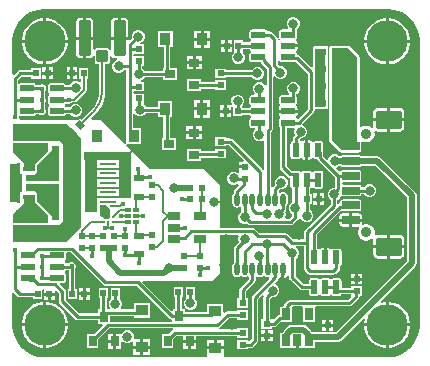
<source format=gtl>
G04*
G04 #@! TF.GenerationSoftware,Altium Limited,Altium Designer,21.7.2 (23)*
G04*
G04 Layer_Physical_Order=1*
G04 Layer_Color=255*
%FSLAX25Y25*%
%MOIN*%
G70*
G04*
G04 #@! TF.SameCoordinates,01447CE1-1CD8-4097-AA41-C903E93D3707*
G04*
G04*
G04 #@! TF.FilePolarity,Positive*
G04*
G01*
G75*
%ADD14R,0.01968X0.02362*%
G04:AMPARAMS|DCode=15|XSize=47.64mil|YSize=22.84mil|CornerRadius=2.85mil|HoleSize=0mil|Usage=FLASHONLY|Rotation=180.000|XOffset=0mil|YOffset=0mil|HoleType=Round|Shape=RoundedRectangle|*
%AMROUNDEDRECTD15*
21,1,0.04764,0.01713,0,0,180.0*
21,1,0.04193,0.02284,0,0,180.0*
1,1,0.00571,-0.02097,0.00856*
1,1,0.00571,0.02097,0.00856*
1,1,0.00571,0.02097,-0.00856*
1,1,0.00571,-0.02097,-0.00856*
%
%ADD15ROUNDEDRECTD15*%
G04:AMPARAMS|DCode=16|XSize=62.99mil|YSize=86.61mil|CornerRadius=6.3mil|HoleSize=0mil|Usage=FLASHONLY|Rotation=90.000|XOffset=0mil|YOffset=0mil|HoleType=Round|Shape=RoundedRectangle|*
%AMROUNDEDRECTD16*
21,1,0.06299,0.07402,0,0,90.0*
21,1,0.05039,0.08661,0,0,90.0*
1,1,0.01260,0.03701,0.02520*
1,1,0.01260,0.03701,-0.02520*
1,1,0.01260,-0.03701,-0.02520*
1,1,0.01260,-0.03701,0.02520*
%
%ADD16ROUNDEDRECTD16*%
G04:AMPARAMS|DCode=17|XSize=27.56mil|YSize=59.06mil|CornerRadius=2.76mil|HoleSize=0mil|Usage=FLASHONLY|Rotation=90.000|XOffset=0mil|YOffset=0mil|HoleType=Round|Shape=RoundedRectangle|*
%AMROUNDEDRECTD17*
21,1,0.02756,0.05354,0,0,90.0*
21,1,0.02205,0.05906,0,0,90.0*
1,1,0.00551,0.02677,0.01102*
1,1,0.00551,0.02677,-0.01102*
1,1,0.00551,-0.02677,-0.01102*
1,1,0.00551,-0.02677,0.01102*
%
%ADD17ROUNDEDRECTD17*%
%ADD18R,0.02362X0.01968*%
G04:AMPARAMS|DCode=19|XSize=47.64mil|YSize=22.84mil|CornerRadius=2.85mil|HoleSize=0mil|Usage=FLASHONLY|Rotation=270.000|XOffset=0mil|YOffset=0mil|HoleType=Round|Shape=RoundedRectangle|*
%AMROUNDEDRECTD19*
21,1,0.04764,0.01713,0,0,270.0*
21,1,0.04193,0.02284,0,0,270.0*
1,1,0.00571,-0.00856,-0.02097*
1,1,0.00571,-0.00856,0.02097*
1,1,0.00571,0.00856,0.02097*
1,1,0.00571,0.00856,-0.02097*
%
%ADD19ROUNDEDRECTD19*%
%ADD20R,0.04134X0.03740*%
%ADD21R,0.02756X0.03543*%
%ADD22C,0.00906*%
G04:AMPARAMS|DCode=23|XSize=11.81mil|YSize=20.47mil|CornerRadius=0.59mil|HoleSize=0mil|Usage=FLASHONLY|Rotation=90.000|XOffset=0mil|YOffset=0mil|HoleType=Round|Shape=RoundedRectangle|*
%AMROUNDEDRECTD23*
21,1,0.01181,0.01929,0,0,90.0*
21,1,0.01063,0.02047,0,0,90.0*
1,1,0.00118,0.00965,0.00532*
1,1,0.00118,0.00965,-0.00532*
1,1,0.00118,-0.00965,-0.00532*
1,1,0.00118,-0.00965,0.00532*
%
%ADD23ROUNDEDRECTD23*%
G04:AMPARAMS|DCode=24|XSize=11.81mil|YSize=19.29mil|CornerRadius=0.59mil|HoleSize=0mil|Usage=FLASHONLY|Rotation=90.000|XOffset=0mil|YOffset=0mil|HoleType=Round|Shape=RoundedRectangle|*
%AMROUNDEDRECTD24*
21,1,0.01181,0.01811,0,0,90.0*
21,1,0.01063,0.01929,0,0,90.0*
1,1,0.00118,0.00906,0.00532*
1,1,0.00118,0.00906,-0.00532*
1,1,0.00118,-0.00906,-0.00532*
1,1,0.00118,-0.00906,0.00532*
%
%ADD24ROUNDEDRECTD24*%
%ADD25R,0.03937X0.02756*%
%ADD26O,0.01772X0.04134*%
%ADD27R,0.02756X0.03937*%
G04:AMPARAMS|DCode=28|XSize=19.68mil|YSize=23.62mil|CornerRadius=0mil|HoleSize=0mil|Usage=FLASHONLY|Rotation=45.000|XOffset=0mil|YOffset=0mil|HoleType=Round|Shape=Rectangle|*
%AMROTATEDRECTD28*
4,1,4,0.00139,-0.01531,-0.01531,0.00139,-0.00139,0.01531,0.01531,-0.00139,0.00139,-0.01531,0.0*
%
%ADD28ROTATEDRECTD28*%

%ADD29O,0.02205X0.00709*%
%ADD30O,0.05354X0.00709*%
%ADD31R,0.03543X0.02756*%
G04:AMPARAMS|DCode=32|XSize=39.37mil|YSize=41.34mil|CornerRadius=3.94mil|HoleSize=0mil|Usage=FLASHONLY|Rotation=0.000|XOffset=0mil|YOffset=0mil|HoleType=Round|Shape=RoundedRectangle|*
%AMROUNDEDRECTD32*
21,1,0.03937,0.03347,0,0,0.0*
21,1,0.03150,0.04134,0,0,0.0*
1,1,0.00787,0.01575,-0.01673*
1,1,0.00787,-0.01575,-0.01673*
1,1,0.00787,-0.01575,0.01673*
1,1,0.00787,0.01575,0.01673*
%
%ADD32ROUNDEDRECTD32*%
G04:AMPARAMS|DCode=33|XSize=40.35mil|YSize=118.11mil|CornerRadius=4.04mil|HoleSize=0mil|Usage=FLASHONLY|Rotation=180.000|XOffset=0mil|YOffset=0mil|HoleType=Round|Shape=RoundedRectangle|*
%AMROUNDEDRECTD33*
21,1,0.04035,0.11004,0,0,180.0*
21,1,0.03228,0.11811,0,0,180.0*
1,1,0.00807,-0.01614,0.05502*
1,1,0.00807,0.01614,0.05502*
1,1,0.00807,0.01614,-0.05502*
1,1,0.00807,-0.01614,-0.05502*
%
%ADD33ROUNDEDRECTD33*%
%ADD34R,0.03740X0.04134*%
G04:AMPARAMS|DCode=35|XSize=15.16mil|YSize=37.4mil|CornerRadius=0.38mil|HoleSize=0mil|Usage=FLASHONLY|Rotation=90.000|XOffset=0mil|YOffset=0mil|HoleType=Round|Shape=RoundedRectangle|*
%AMROUNDEDRECTD35*
21,1,0.01516,0.03664,0,0,90.0*
21,1,0.01440,0.03740,0,0,90.0*
1,1,0.00076,0.01832,0.00720*
1,1,0.00076,0.01832,-0.00720*
1,1,0.00076,-0.01832,-0.00720*
1,1,0.00076,-0.01832,0.00720*
%
%ADD35ROUNDEDRECTD35*%
G04:AMPARAMS|DCode=36|XSize=22.05mil|YSize=29.13mil|CornerRadius=0.55mil|HoleSize=0mil|Usage=FLASHONLY|Rotation=90.000|XOffset=0mil|YOffset=0mil|HoleType=Round|Shape=RoundedRectangle|*
%AMROUNDEDRECTD36*
21,1,0.02205,0.02803,0,0,90.0*
21,1,0.02095,0.02913,0,0,90.0*
1,1,0.00110,0.01402,0.01047*
1,1,0.00110,0.01402,-0.01047*
1,1,0.00110,-0.01402,-0.01047*
1,1,0.00110,-0.01402,0.01047*
%
%ADD36ROUNDEDRECTD36*%
G04:AMPARAMS|DCode=37|XSize=61.02mil|YSize=14.76mil|CornerRadius=0.37mil|HoleSize=0mil|Usage=FLASHONLY|Rotation=90.000|XOffset=0mil|YOffset=0mil|HoleType=Round|Shape=RoundedRectangle|*
%AMROUNDEDRECTD37*
21,1,0.06102,0.01403,0,0,90.0*
21,1,0.06029,0.01476,0,0,90.0*
1,1,0.00074,0.00701,0.03014*
1,1,0.00074,0.00701,-0.03014*
1,1,0.00074,-0.00701,-0.03014*
1,1,0.00074,-0.00701,0.03014*
%
%ADD37ROUNDEDRECTD37*%
%ADD38R,0.03543X0.02362*%
%ADD67C,0.00709*%
%ADD68C,0.01000*%
%ADD69C,0.01968*%
%ADD70C,0.00906*%
%ADD71R,0.03937X0.15354*%
%ADD72R,0.12598X0.02756*%
%ADD73R,0.03740X0.19587*%
%ADD74R,0.04232X0.20177*%
%ADD75R,0.06004X0.26476*%
%ADD76C,0.03543*%
%ADD77C,0.13780*%
%ADD78C,0.03150*%
%ADD79C,0.01575*%
%ADD80C,0.00787*%
%ADD81C,0.00709*%
G36*
X128098Y116927D02*
X129466Y116560D01*
X130775Y116018D01*
X132002Y115310D01*
X133126Y114447D01*
X134128Y113445D01*
X134990Y112321D01*
X135698Y111094D01*
X136241Y109786D01*
X136607Y108417D01*
X136792Y107013D01*
Y106304D01*
Y11811D01*
Y11103D01*
X136607Y9698D01*
X136241Y8330D01*
X135698Y7021D01*
X134990Y5794D01*
X134128Y4670D01*
X133126Y3668D01*
X132002Y2806D01*
X130775Y2097D01*
X129466Y1555D01*
X128098Y1188D01*
X126693Y1003D01*
X71610D01*
X71556Y1481D01*
X71556Y1503D01*
Y3639D01*
X68702D01*
X65847D01*
Y1503D01*
X65847Y1481D01*
X65794Y1003D01*
X11103D01*
X9698Y1188D01*
X8330Y1555D01*
X7021Y2097D01*
X5794Y2806D01*
X4670Y3668D01*
X3668Y4670D01*
X2806Y5794D01*
X2097Y7021D01*
X1555Y8330D01*
X1188Y9698D01*
X1003Y11103D01*
Y11811D01*
Y22361D01*
X1465Y22553D01*
X2757Y21261D01*
X2757Y21261D01*
X3118Y21020D01*
X3543Y20935D01*
X7874D01*
Y20276D01*
X11024D01*
Y23507D01*
X11355Y23775D01*
X11614Y23696D01*
Y22547D01*
X13386D01*
X15157D01*
Y23170D01*
X15619Y23362D01*
X16605Y22376D01*
Y19685D01*
X16605Y19685D01*
X16689Y19260D01*
X16930Y18899D01*
X22043Y13786D01*
X22043Y13786D01*
X22404Y13545D01*
X22830Y13460D01*
X22830Y13460D01*
X29528D01*
Y12210D01*
X31043D01*
X31234Y11748D01*
X28153Y8666D01*
X25788D01*
Y3942D01*
X29725D01*
Y7094D01*
X33328Y10696D01*
X54665D01*
X54714Y10196D01*
X54701Y10194D01*
X54341Y9953D01*
X54341Y9953D01*
X53153Y8765D01*
X50788D01*
Y4040D01*
X54725D01*
Y7192D01*
X55588Y8055D01*
X58072D01*
Y6903D01*
X62402D01*
Y8055D01*
X66066D01*
X66105Y8047D01*
X75985D01*
Y7584D01*
X79528D01*
Y10733D01*
X75985D01*
Y10270D01*
X69830D01*
X69781Y10770D01*
X69833Y10781D01*
X70194Y11022D01*
X73223Y14051D01*
X75985D01*
Y13588D01*
X79528D01*
Y16737D01*
X75985D01*
Y16274D01*
X72762D01*
X72337Y16190D01*
X71976Y15949D01*
X71976Y15949D01*
X71821Y15794D01*
X71359Y15985D01*
Y18903D01*
X66044D01*
Y16176D01*
X58465D01*
Y17032D01*
X57511D01*
Y20969D01*
X57973D01*
Y24513D01*
X54824D01*
Y20969D01*
X55287D01*
Y17032D01*
X54528D01*
Y16595D01*
X54067Y16404D01*
X44352Y26118D01*
X44544Y26580D01*
X67717D01*
X70277Y29139D01*
Y41908D01*
X76283D01*
X76595Y41408D01*
X76378Y40883D01*
Y40022D01*
X76570Y39559D01*
X75100Y38090D01*
X74859Y37730D01*
X74775Y37304D01*
X74775Y37304D01*
Y32494D01*
X74496Y32077D01*
X74382Y31501D01*
Y29139D01*
X74496Y28563D01*
X74822Y28074D01*
X75311Y27748D01*
X75887Y27634D01*
X76463Y27748D01*
X76951Y28074D01*
X77381D01*
X77870Y27748D01*
X78446Y27634D01*
X79022Y27748D01*
X79392Y27995D01*
X79394Y27996D01*
X79796Y27851D01*
X79893Y27775D01*
Y27135D01*
X76971Y24212D01*
X76730Y23852D01*
X76645Y23426D01*
X76645Y23426D01*
Y20674D01*
X75985D01*
Y17525D01*
X79528D01*
Y20674D01*
X78869D01*
Y22966D01*
X81791Y25888D01*
X81791Y25888D01*
X82032Y26249D01*
X82117Y26674D01*
X82117Y26674D01*
Y27775D01*
X82214Y27851D01*
X82617Y27996D01*
X82988Y27748D01*
X83564Y27634D01*
X84140Y27748D01*
X84628Y28074D01*
X85059D01*
X85547Y27748D01*
X86123Y27634D01*
X86441Y27697D01*
X86687Y27236D01*
X81103Y21652D01*
X80862Y21292D01*
X80778Y20866D01*
X80778Y20866D01*
Y7153D01*
X80028Y6404D01*
X79528Y6504D01*
Y6796D01*
X75985D01*
Y3647D01*
X79528D01*
Y4110D01*
X80418D01*
X80418Y4110D01*
X80844Y4194D01*
X81205Y4435D01*
X82676Y5907D01*
X82676Y5907D01*
X82917Y6267D01*
X83002Y6693D01*
Y20406D01*
X84418Y21822D01*
X84806Y21503D01*
X84751Y21421D01*
X84667Y20995D01*
X84667Y20995D01*
Y13686D01*
X84056D01*
Y10537D01*
X87599D01*
Y10999D01*
X88091D01*
X88091Y10999D01*
X88517Y11084D01*
X88878Y11325D01*
X90022Y12469D01*
X90355Y12800D01*
Y12800D01*
X90355Y12800D01*
X94292D01*
Y17918D01*
X94766Y17983D01*
X97362D01*
X97836Y17918D01*
X97836Y17483D01*
Y12800D01*
X101773D01*
X101773Y17918D01*
X102246Y17983D01*
X113388D01*
X113388Y17983D01*
X113814Y18067D01*
X114174Y18308D01*
X116311Y20445D01*
X116311Y20445D01*
X116552Y20806D01*
X116637Y21231D01*
X116976Y21555D01*
X117520D01*
Y24705D01*
X113976D01*
Y24242D01*
X110805D01*
Y26486D01*
X110737Y26828D01*
X110543Y27118D01*
X110253Y27311D01*
X109911Y27379D01*
X108199D01*
X107857Y27311D01*
X107567Y27118D01*
X107463Y26961D01*
X107374Y26936D01*
X106996D01*
X106907Y26961D01*
X106803Y27118D01*
X106513Y27311D01*
X106171Y27379D01*
X104459D01*
X104117Y27311D01*
X103827Y27118D01*
X103723Y26961D01*
X103634Y26936D01*
X103256D01*
X103167Y26961D01*
X103063Y27118D01*
X102773Y27311D01*
X102431Y27379D01*
X100718D01*
X100377Y27311D01*
X100087Y27118D01*
X99893Y26828D01*
X99825Y26486D01*
Y25502D01*
X98020D01*
X95502Y28020D01*
Y33845D01*
X95616Y33893D01*
X96226Y34502D01*
X96555Y35298D01*
Y36159D01*
X96226Y36955D01*
X95619Y37561D01*
X95619Y37577D01*
X95722Y38061D01*
X98199D01*
Y30709D01*
X98199Y30709D01*
X98284Y30283D01*
X98525Y29922D01*
X99607Y28840D01*
X99607Y28840D01*
X99968Y28599D01*
X100394Y28514D01*
X108071D01*
X108071Y28514D01*
X108496Y28599D01*
X108857Y28840D01*
X109841Y29824D01*
X109841Y29824D01*
X110082Y30185D01*
X110167Y30610D01*
Y31333D01*
X110253Y31350D01*
X110543Y31544D01*
X110737Y31833D01*
X110805Y32175D01*
Y36368D01*
X110737Y36710D01*
X110543Y37000D01*
X110253Y37193D01*
X109911Y37261D01*
X108199D01*
X107857Y37193D01*
X107605Y37025D01*
X107583Y37013D01*
X107109Y37044D01*
X107003Y37055D01*
X106945Y37142D01*
X106590Y37379D01*
X106171Y37462D01*
X105815D01*
Y34272D01*
X104815D01*
Y37462D01*
X104459D01*
X104040Y37379D01*
X103685Y37142D01*
X103627Y37055D01*
X103521Y37044D01*
X103085Y37015D01*
X102851Y37194D01*
X102687Y37355D01*
Y42059D01*
X110536Y49908D01*
X110764Y49755D01*
X111102Y49688D01*
X116457D01*
X116795Y49755D01*
X117081Y49946D01*
X117273Y50233D01*
X117340Y50571D01*
Y52776D01*
X117273Y53114D01*
X117081Y53400D01*
X116795Y53592D01*
X116457Y53659D01*
X111102D01*
X110764Y53592D01*
X110478Y53400D01*
X110286Y53114D01*
X110219Y52776D01*
Y52372D01*
X109727Y52184D01*
X109337Y52455D01*
Y53414D01*
X109494Y53479D01*
X110103Y54088D01*
X110242Y54424D01*
X110764Y54676D01*
X111102Y54609D01*
X116457D01*
X116795Y54676D01*
X117081Y54868D01*
X117273Y55154D01*
X117338Y55483D01*
X118196D01*
X118243Y55368D01*
X118852Y54759D01*
X119648Y54429D01*
X120509D01*
X121305Y54759D01*
X121914Y55368D01*
X122244Y56164D01*
Y57025D01*
X121914Y57821D01*
X121305Y58430D01*
X120509Y58760D01*
X119648D01*
X118852Y58430D01*
X118243Y57821D01*
X118196Y57706D01*
X117338D01*
X117273Y58035D01*
X117081Y58321D01*
X116795Y58513D01*
X116457Y58580D01*
X111102D01*
X110755Y59021D01*
Y59089D01*
X111102Y59530D01*
X116457D01*
X116795Y59597D01*
X117081Y59789D01*
X117273Y60075D01*
X117340Y60413D01*
Y62618D01*
X117273Y62956D01*
X117081Y63243D01*
X116795Y63434D01*
X116457Y63501D01*
X111102D01*
X110764Y63434D01*
X110478Y63243D01*
X110365Y63074D01*
X109929Y62955D01*
X109776Y62955D01*
X108922Y63810D01*
X109088Y64351D01*
X109691Y64601D01*
X109921Y64831D01*
X110397D01*
X110478Y64710D01*
X110764Y64519D01*
X111102Y64451D01*
X116457D01*
X116795Y64519D01*
X117081Y64710D01*
X117162Y64831D01*
X122071D01*
X132548Y54355D01*
Y33047D01*
X108784Y9283D01*
X100917D01*
X100894Y9400D01*
X100546Y9921D01*
X99189Y11278D01*
X98668Y11626D01*
X98053Y11748D01*
X98053Y11748D01*
X94074D01*
X93460Y11626D01*
X92939Y11278D01*
X91582Y9921D01*
X91234Y9400D01*
X91206Y9257D01*
X90355D01*
Y4139D01*
X93899D01*
Y3942D01*
X95564D01*
Y6698D01*
X96564D01*
Y3942D01*
X98229D01*
Y4139D01*
X101773D01*
Y6072D01*
X109449D01*
X109449Y6072D01*
X110063Y6194D01*
X110584Y6542D01*
X118092Y14050D01*
X118553Y13803D01*
X118307Y12567D01*
Y12311D01*
X125484D01*
Y19488D01*
X125228D01*
X123992Y19242D01*
X123746Y19703D01*
X135289Y31247D01*
X135637Y31767D01*
X135759Y32382D01*
X135759Y32382D01*
Y55020D01*
X135759Y55020D01*
X135637Y55634D01*
X135289Y56155D01*
X123872Y67572D01*
X123351Y67920D01*
X122736Y68043D01*
X122736Y68043D01*
X117162D01*
X117081Y68164D01*
X116795Y68355D01*
X116457Y68423D01*
X111102D01*
X110764Y68355D01*
X110478Y68164D01*
X110397Y68043D01*
X109921D01*
X109691Y68273D01*
X108895Y68602D01*
X108034D01*
X107238Y68273D01*
X106629Y67664D01*
X106379Y67060D01*
X105837Y66894D01*
X104706Y68025D01*
Y69457D01*
X104702Y69478D01*
Y72195D01*
X104634Y72537D01*
X104441Y72826D01*
X104151Y73020D01*
X103809Y73088D01*
X102096D01*
X101755Y73020D01*
X101503Y72852D01*
X101481Y72839D01*
X101007Y72871D01*
X100900Y72882D01*
X100842Y72968D01*
X100487Y73206D01*
X100069Y73289D01*
X99713D01*
Y70098D01*
Y66908D01*
X100069D01*
X100487Y66991D01*
X100842Y67229D01*
X100900Y67315D01*
X101007Y67326D01*
X101481Y67357D01*
X101503Y67345D01*
X101755Y67177D01*
X102096Y67109D01*
X102587D01*
X102808Y66778D01*
X108531Y61055D01*
Y57480D01*
X107837D01*
X107041Y57151D01*
X106432Y56542D01*
X106102Y55746D01*
Y54884D01*
X106432Y54088D01*
X107041Y53479D01*
X107114Y53449D01*
Y51993D01*
X98525Y43404D01*
X98284Y43044D01*
X98199Y42618D01*
X98199Y42618D01*
Y40285D01*
X94555D01*
X92617Y42223D01*
X92256Y42464D01*
X91831Y42549D01*
X91831Y42549D01*
X83236D01*
X81979Y43806D01*
X81618Y44047D01*
X81193Y44132D01*
X81193Y44132D01*
X70277D01*
Y58174D01*
X64765Y63686D01*
X47048D01*
X38921Y71813D01*
X39192Y72249D01*
X43997D01*
Y77564D01*
X41278D01*
Y82118D01*
X41719Y82231D01*
X41778Y82232D01*
X42377Y81634D01*
X43173Y81304D01*
X44034D01*
X44830Y81634D01*
X45439Y82243D01*
X45487Y82358D01*
X49410D01*
Y81107D01*
X51350D01*
Y74119D01*
X50985D01*
Y70182D01*
X55710D01*
Y74119D01*
X53574D01*
Y81107D01*
X54332D01*
Y86422D01*
X49410D01*
Y84581D01*
X45487D01*
X45439Y84696D01*
X44902Y85233D01*
X44981Y85733D01*
X44981D01*
Y88883D01*
X41591Y88883D01*
X41368Y89277D01*
X41591Y89670D01*
X44981D01*
Y92820D01*
X43996D01*
X43897Y93320D01*
X44436Y93543D01*
X45045Y94152D01*
X45113Y94316D01*
X51084D01*
Y93509D01*
X55808D01*
Y97446D01*
X53672D01*
Y104336D01*
X54430D01*
Y109651D01*
X49509D01*
Y104336D01*
X51448D01*
Y97446D01*
X51084D01*
Y96540D01*
X45072D01*
X45045Y96605D01*
X44436Y97215D01*
X44272Y97282D01*
Y98233D01*
X44883D01*
Y101383D01*
X41599D01*
X41366Y101777D01*
X41599Y102170D01*
X44883D01*
Y105320D01*
X43701D01*
X43602Y105820D01*
X44141Y106043D01*
X44750Y106652D01*
X45080Y107448D01*
Y108310D01*
X44750Y109106D01*
X44141Y109715D01*
X43345Y110044D01*
X42484D01*
X41688Y109715D01*
X41079Y109106D01*
X40749Y108310D01*
Y107448D01*
X40797Y107334D01*
X40102Y106640D01*
X39640Y106831D01*
Y106887D01*
X36812D01*
X33984D01*
Y103770D01*
X33520Y103470D01*
X33484Y103475D01*
X33289Y103766D01*
X32964Y103983D01*
X32580Y104060D01*
X29430D01*
X29046Y103983D01*
X28721Y103766D01*
X28526Y103475D01*
X28490Y103470D01*
X28026Y103770D01*
Y106887D01*
X25698D01*
Y100671D01*
X26812D01*
X27277Y100763D01*
X27671Y101026D01*
X27934Y101420D01*
X28427Y101335D01*
Y99710D01*
X28503Y99326D01*
X28721Y99000D01*
X29046Y98782D01*
X29430Y98706D01*
X30042D01*
Y89872D01*
X30050Y89831D01*
X29880Y88106D01*
X29365Y86409D01*
X28529Y84844D01*
X27429Y83505D01*
X27395Y83482D01*
X24167Y80254D01*
X23595Y80825D01*
X22992Y80221D01*
X3438D01*
X3104Y80721D01*
X3151Y80833D01*
Y81156D01*
X3339Y81317D01*
X3607Y81479D01*
X3613Y81480D01*
X3889Y81425D01*
X8082D01*
X8423Y81493D01*
X8713Y81686D01*
X8907Y81976D01*
X8914Y82013D01*
X9942D01*
X10047Y81908D01*
X10554Y81698D01*
X11102D01*
X11608Y81908D01*
X11996Y82295D01*
X12206Y82802D01*
Y83350D01*
X11996Y83856D01*
X11989Y83863D01*
Y86028D01*
X11996Y86035D01*
X12206Y86542D01*
Y87090D01*
X11996Y87596D01*
X11989Y87603D01*
Y89670D01*
X12094Y89776D01*
X12304Y90282D01*
Y90830D01*
X12094Y91337D01*
X11707Y91724D01*
X11200Y91934D01*
X10652D01*
X10146Y91724D01*
X10139Y91717D01*
X8934D01*
X8907Y91853D01*
X8713Y92142D01*
X8423Y92336D01*
X8082Y92404D01*
X3889D01*
X3547Y92336D01*
X3384Y92228D01*
X2958Y92388D01*
X2884Y92449D01*
Y93438D01*
X4004Y94557D01*
X7283D01*
Y93898D01*
X10433D01*
Y97441D01*
X7283D01*
Y96781D01*
X3543D01*
X3543Y96781D01*
X3118Y96697D01*
X2757Y96456D01*
X1465Y95164D01*
X1003Y95355D01*
Y106304D01*
Y107012D01*
X1188Y108417D01*
X1555Y109786D01*
X2097Y111094D01*
X2806Y112321D01*
X3668Y113445D01*
X4670Y114447D01*
X5794Y115310D01*
X7021Y116018D01*
X8330Y116560D01*
X9698Y116927D01*
X11103Y117112D01*
X126693D01*
X128098Y116927D01*
D02*
G37*
G36*
X34339Y101026D02*
X34733Y100763D01*
X35198Y100671D01*
X35912D01*
X35988Y100202D01*
X35192Y99872D01*
X34583Y99263D01*
X34253Y98467D01*
Y97606D01*
X34583Y96810D01*
X35192Y96201D01*
X35988Y95871D01*
X36849D01*
X37645Y96201D01*
X38254Y96810D01*
X38302Y96925D01*
X39054D01*
Y91245D01*
X39054Y91245D01*
X39054Y91245D01*
Y76277D01*
X39054Y76277D01*
X39076Y76169D01*
Y72366D01*
X38640Y72095D01*
X30513Y80221D01*
X27513D01*
X27321Y80683D01*
X28757Y82119D01*
X28768Y82108D01*
X29887Y83418D01*
X30787Y84887D01*
X31446Y86479D01*
X31848Y88154D01*
X31984Y89872D01*
X31968D01*
Y98706D01*
X32580D01*
X32964Y98782D01*
X33289Y99000D01*
X33507Y99326D01*
X33583Y99710D01*
Y101335D01*
X34076Y101420D01*
X34339Y101026D01*
D02*
G37*
G36*
X24017Y74021D02*
Y69984D01*
X18856Y71033D01*
X16676Y73214D01*
X1084D01*
Y78843D01*
X19194D01*
X24017Y74021D01*
D02*
G37*
G36*
X12895Y69867D02*
X8564Y65536D01*
Y63144D01*
X4798D01*
Y65661D01*
X1084Y69375D01*
X1084Y72328D01*
X12895D01*
Y69867D01*
D02*
G37*
G36*
X16536Y59729D02*
X5611D01*
Y61895D01*
X8564D01*
X9351Y62682D01*
Y65143D01*
X14273Y70064D01*
Y71540D01*
X16536D01*
Y59729D01*
D02*
G37*
G36*
X3710Y61914D02*
X4312Y61927D01*
Y56245D01*
X3710D01*
Y52505D01*
X2686D01*
Y52899D01*
X324D01*
Y65300D01*
X2686D01*
Y65694D01*
X3710D01*
Y61914D01*
D02*
G37*
G36*
X33518Y50248D02*
Y47711D01*
X31057D01*
X30316Y48452D01*
Y49414D01*
Y51284D01*
X32481D01*
X33518Y50248D01*
D02*
G37*
G36*
X16536Y46659D02*
X14273D01*
Y48135D01*
X9351Y53056D01*
Y55517D01*
X8564Y56304D01*
X5611D01*
Y58863D01*
X16536D01*
Y46659D01*
D02*
G37*
G36*
X8564Y52662D02*
X12895Y48332D01*
Y45871D01*
X1084D01*
X1084Y48824D01*
X4798Y52538D01*
Y55055D01*
X8564D01*
Y52662D01*
D02*
G37*
G36*
X24017Y44493D02*
X18997Y39474D01*
X1084D01*
Y44985D01*
X16676D01*
X18856Y47166D01*
X24017Y48215D01*
Y44493D01*
D02*
G37*
G36*
X91741Y27532D02*
X91894Y27563D01*
X92448Y27933D01*
X92511Y28028D01*
X93179Y28128D01*
X93278Y28047D01*
Y27559D01*
X93278Y27559D01*
X93362Y27134D01*
X93603Y26773D01*
X96773Y23604D01*
X96773Y23604D01*
X97133Y23362D01*
X97559Y23278D01*
X99825D01*
Y22293D01*
X99893Y21951D01*
X100087Y21662D01*
X100377Y21468D01*
X100718Y21400D01*
X102431D01*
X102773Y21468D01*
X103063Y21662D01*
X103167Y21818D01*
X103256Y21843D01*
X103634D01*
X103723Y21818D01*
X103827Y21662D01*
X104117Y21468D01*
X104459Y21400D01*
X106171D01*
X106513Y21468D01*
X106803Y21662D01*
X106907Y21818D01*
X106996Y21843D01*
X107374D01*
X107463Y21818D01*
X107567Y21662D01*
X107857Y21468D01*
X108199Y21400D01*
X109911D01*
X110253Y21468D01*
X110543Y21662D01*
X110737Y21951D01*
X110750Y22018D01*
X113887D01*
X113976Y21555D01*
X113836Y21115D01*
X112927Y20206D01*
X93602D01*
X93177Y20122D01*
X92816Y19881D01*
X91733Y18798D01*
X91492Y18437D01*
X91408Y18012D01*
X90918Y17918D01*
X90355D01*
Y15613D01*
X90098Y15229D01*
X89672Y15145D01*
X89311Y14904D01*
X88098Y13690D01*
X87599Y13686D01*
Y13686D01*
X86890D01*
Y20535D01*
X87434Y21078D01*
X87457Y21069D01*
X88319D01*
X89114Y21398D01*
X89724Y22007D01*
X90053Y22803D01*
Y23665D01*
X89724Y24461D01*
X89114Y25070D01*
X88590Y25287D01*
X88458Y25861D01*
X89468Y26872D01*
X89709Y27233D01*
X89765Y27512D01*
X90115Y27723D01*
X90294Y27759D01*
X90588Y27563D01*
X90741Y27532D01*
Y30320D01*
X91741D01*
Y27532D01*
D02*
G37*
G36*
X31281Y25198D02*
X31642Y24957D01*
X32067Y24872D01*
X42453D01*
X53419Y13907D01*
X53419Y13906D01*
X53779Y13666D01*
X53920Y13638D01*
X54227Y13114D01*
X54144Y12920D01*
X33465D01*
Y14732D01*
X41437D01*
Y14173D01*
X46752D01*
Y19094D01*
X41437D01*
Y16955D01*
X37301D01*
X37110Y17417D01*
X37171Y17479D01*
X37501Y18275D01*
Y19136D01*
X37171Y19932D01*
X36924Y20180D01*
X36910Y20674D01*
X36910Y20674D01*
Y24217D01*
X33761D01*
Y20674D01*
X33761Y20674D01*
X33761D01*
X33747Y20180D01*
X33500Y19932D01*
X33170Y19136D01*
Y18275D01*
X33500Y17479D01*
X33562Y17417D01*
X33370Y16955D01*
X32511D01*
Y20674D01*
X32973D01*
Y24217D01*
X29824D01*
Y20674D01*
X30287D01*
Y16934D01*
X29528D01*
Y15684D01*
X23290D01*
X18828Y20146D01*
Y22837D01*
X18744Y23262D01*
X18503Y23623D01*
X18503Y23623D01*
X16872Y25254D01*
X17063Y25716D01*
X18062D01*
X18404Y25784D01*
X18693Y25978D01*
X18887Y26267D01*
X18955Y26609D01*
Y28322D01*
X18887Y28664D01*
X18693Y28953D01*
X18537Y29058D01*
X18512Y29146D01*
Y29525D01*
X18537Y29614D01*
X18693Y29718D01*
X18887Y30008D01*
X18904Y30094D01*
X19767D01*
Y23925D01*
X19488D01*
Y20382D01*
X22638D01*
Y23925D01*
X21991D01*
Y30653D01*
X22147Y31030D01*
Y31578D01*
X21937Y32085D01*
X21549Y32472D01*
X21043Y32682D01*
X20495D01*
X19988Y32472D01*
X19834Y32318D01*
X18904D01*
X18887Y32404D01*
X18693Y32694D01*
X18537Y32798D01*
X18512Y32887D01*
Y33265D01*
X18537Y33354D01*
X18693Y33458D01*
X18887Y33748D01*
X18955Y34090D01*
Y35802D01*
X19091Y35968D01*
X20511D01*
X31281Y25198D01*
D02*
G37*
%LPC*%
G36*
X26812Y114103D02*
X25698D01*
Y107887D01*
X28026D01*
Y112889D01*
X27934Y113354D01*
X27671Y113747D01*
X27277Y114011D01*
X26812Y114103D01*
D02*
G37*
G36*
X24698D02*
X23584D01*
X23119Y114011D01*
X22725Y113747D01*
X22462Y113354D01*
X22369Y112889D01*
Y107887D01*
X24698D01*
Y114103D01*
D02*
G37*
G36*
X38426D02*
X37312D01*
Y107887D01*
X39640D01*
Y112889D01*
X39548Y113354D01*
X39285Y113747D01*
X38891Y114011D01*
X38426Y114103D01*
D02*
G37*
G36*
X36312D02*
X35198D01*
X34733Y114011D01*
X34339Y113747D01*
X34076Y113354D01*
X33984Y112889D01*
Y107887D01*
X36312D01*
Y114103D01*
D02*
G37*
G36*
X66930Y109847D02*
X64773D01*
Y107493D01*
X66930D01*
Y109847D01*
D02*
G37*
G36*
X63773D02*
X61615D01*
Y107493D01*
X63773D01*
Y109847D01*
D02*
G37*
G36*
X126740Y113976D02*
X126484D01*
Y106799D01*
X133661D01*
Y107055D01*
X133366Y108539D01*
X132788Y109936D01*
X131948Y111193D01*
X130878Y112262D01*
X129621Y113103D01*
X128224Y113681D01*
X126740Y113976D01*
D02*
G37*
G36*
X125484D02*
X125228D01*
X123745Y113681D01*
X122348Y113103D01*
X121090Y112262D01*
X120021Y111193D01*
X119181Y109936D01*
X118602Y108539D01*
X118307Y107055D01*
Y106799D01*
X125484D01*
Y113976D01*
D02*
G37*
G36*
X12567D02*
X12311D01*
Y106799D01*
X19488D01*
Y107055D01*
X19193Y108539D01*
X18614Y109936D01*
X17774Y111193D01*
X16705Y112262D01*
X15448Y113103D01*
X14050Y113681D01*
X12567Y113976D01*
D02*
G37*
G36*
X11311D02*
X11055D01*
X9572Y113681D01*
X8174Y113103D01*
X6917Y112262D01*
X5848Y111193D01*
X5008Y109936D01*
X4429Y108539D01*
X4134Y107055D01*
Y106799D01*
X11311D01*
Y113976D01*
D02*
G37*
G36*
X95018Y114375D02*
X94157D01*
X93361Y114045D01*
X92752Y113436D01*
X92422Y112640D01*
Y111779D01*
X92752Y110983D01*
X92918Y110817D01*
X92711Y110317D01*
X90838D01*
X90496Y110249D01*
X90206Y110056D01*
X90012Y109766D01*
X89944Y109424D01*
Y107712D01*
X90012Y107370D01*
X90181Y107118D01*
X90193Y107096D01*
X90174Y106805D01*
X89999Y106679D01*
X89499Y106935D01*
Y107091D01*
X89499Y107092D01*
X89414Y107517D01*
X89173Y107878D01*
X89173Y107878D01*
X87697Y109354D01*
X87336Y109595D01*
X86910Y109680D01*
X86910Y109680D01*
X85991D01*
X85974Y109766D01*
X85780Y110056D01*
X85490Y110249D01*
X85149Y110317D01*
X80956D01*
X80614Y110249D01*
X80324Y110056D01*
X80131Y109766D01*
X80063Y109424D01*
Y107712D01*
X80131Y107370D01*
X80324Y107080D01*
X80480Y106976D01*
X80506Y106887D01*
Y106509D01*
X80480Y106420D01*
X80324Y106316D01*
X80131Y106026D01*
X80113Y105940D01*
X77954D01*
Y106599D01*
X74804D01*
Y103056D01*
X74804Y103056D01*
X74804D01*
X74791Y102562D01*
X74445Y102216D01*
X74115Y101420D01*
Y100558D01*
X74445Y99763D01*
X75054Y99154D01*
X75850Y98824D01*
X76711D01*
X77507Y99154D01*
X78116Y99763D01*
X78446Y100558D01*
Y101420D01*
X78116Y102216D01*
X77776Y102556D01*
X77954Y103056D01*
X77954D01*
Y103716D01*
X80113D01*
X80131Y103630D01*
X80324Y103340D01*
X80480Y103235D01*
X80506Y103147D01*
Y102769D01*
X80480Y102680D01*
X80324Y102576D01*
X80131Y102286D01*
X80063Y101944D01*
Y100231D01*
X80131Y99889D01*
X80324Y99600D01*
X80614Y99406D01*
X80956Y99338D01*
X83882D01*
X83907Y99213D01*
X84148Y98852D01*
X85798Y97202D01*
Y91654D01*
X85298Y91554D01*
X85203Y91783D01*
X84594Y92392D01*
X83798Y92721D01*
X82936D01*
X82140Y92392D01*
X81531Y91783D01*
X81202Y90987D01*
Y90125D01*
X81531Y89330D01*
X81894Y88967D01*
X81687Y88467D01*
X80956D01*
X80614Y88399D01*
X80324Y88205D01*
X80131Y87916D01*
X80063Y87574D01*
Y85861D01*
X80131Y85519D01*
X80324Y85230D01*
X80480Y85125D01*
X80506Y85037D01*
Y84658D01*
X80480Y84570D01*
X80324Y84465D01*
X80131Y84175D01*
X80123Y84139D01*
X77658D01*
Y84836D01*
X78018Y85196D01*
X78347Y85992D01*
Y86853D01*
X78018Y87649D01*
X77409Y88258D01*
X76613Y88588D01*
X75751D01*
X74955Y88258D01*
X74346Y87649D01*
X74017Y86853D01*
Y86052D01*
X74017Y85992D01*
X74183Y85590D01*
X74203Y85353D01*
X74196Y85343D01*
X73896Y85070D01*
X73754Y85044D01*
X73449Y85044D01*
X72647D01*
Y83576D01*
X73918D01*
Y84460D01*
X74167Y84754D01*
X74418Y84822D01*
X74438Y84808D01*
X74509Y84702D01*
Y81304D01*
X77658D01*
Y81915D01*
X80104D01*
X80131Y81779D01*
X80324Y81489D01*
X80480Y81385D01*
X80506Y81297D01*
Y80918D01*
X80480Y80830D01*
X80324Y80725D01*
X80131Y80435D01*
X80063Y80093D01*
Y78381D01*
X80131Y78039D01*
X80324Y77749D01*
X80614Y77556D01*
X80956Y77488D01*
X81836D01*
X81963Y77196D01*
X81990Y76988D01*
X81425Y76423D01*
X81095Y75628D01*
Y74766D01*
X81425Y73970D01*
X82034Y73361D01*
X82830Y73032D01*
X83692D01*
X84487Y73361D01*
X84549Y73423D01*
X85011Y73232D01*
Y63606D01*
X84511Y63469D01*
X84350Y63710D01*
X84350Y63710D01*
X74434Y73626D01*
X74074Y73867D01*
X73648Y73952D01*
X73648Y73952D01*
X72245D01*
Y74414D01*
X68702D01*
Y71265D01*
X72245D01*
Y71728D01*
X73188D01*
X78208Y66707D01*
X78017Y66245D01*
X76477D01*
Y64973D01*
X78446D01*
Y63973D01*
X76477D01*
Y62731D01*
X76103Y62398D01*
X76031Y62471D01*
X75235Y62800D01*
X74373D01*
X73577Y62471D01*
X72968Y61861D01*
X72639Y61066D01*
Y60204D01*
X72968Y59408D01*
X73577Y58799D01*
X74373Y58469D01*
X75235D01*
X76031Y58799D01*
X76519Y58580D01*
X76571Y58459D01*
X75100Y56988D01*
X74859Y56627D01*
X74775Y56202D01*
X74775Y56202D01*
Y55723D01*
X74496Y55305D01*
X74382Y54729D01*
Y52367D01*
X74496Y51791D01*
X74822Y51303D01*
X75311Y50976D01*
X75887Y50862D01*
X76463Y50976D01*
X76833Y51224D01*
X76834Y51224D01*
X77237Y51079D01*
X77334Y51003D01*
Y49488D01*
X77219Y49441D01*
X76610Y48831D01*
X76280Y48035D01*
Y47174D01*
X76610Y46378D01*
X77219Y45769D01*
X78015Y45439D01*
X78876D01*
X79214Y45579D01*
X79517Y45277D01*
X79517Y45277D01*
X79877Y45036D01*
X80303Y44951D01*
X93795D01*
X93795Y44951D01*
X94221Y45036D01*
X94582Y45277D01*
X96187Y46882D01*
X96428Y47243D01*
X96513Y47668D01*
X96513Y47668D01*
Y48364D01*
X96547Y48383D01*
X97047Y48083D01*
Y47718D01*
X97377Y46922D01*
X97986Y46313D01*
X98782Y45983D01*
X99643D01*
X100439Y46313D01*
X101048Y46922D01*
X101378Y47718D01*
Y48579D01*
X101048Y49375D01*
X100439Y49984D01*
X100324Y50032D01*
Y51968D01*
X100787D01*
Y55512D01*
X100324D01*
Y57278D01*
X100411Y57295D01*
X100700Y57489D01*
X100805Y57645D01*
X100893Y57670D01*
X101272D01*
X101360Y57645D01*
X101465Y57489D01*
X101755Y57295D01*
X102096Y57227D01*
X103809D01*
X104151Y57295D01*
X104441Y57489D01*
X104634Y57778D01*
X104702Y58120D01*
Y62313D01*
X104634Y62655D01*
X104441Y62945D01*
X104151Y63138D01*
X103809Y63206D01*
X102096D01*
X101755Y63138D01*
X101465Y62945D01*
X101360Y62788D01*
X101272Y62763D01*
X100893D01*
X100805Y62788D01*
X100700Y62945D01*
X100411Y63138D01*
X100069Y63206D01*
X98356D01*
X98014Y63138D01*
X97725Y62945D01*
X97620Y62788D01*
X97532Y62763D01*
X97153D01*
X97065Y62788D01*
X96960Y62945D01*
X96671Y63138D01*
X96329Y63206D01*
X94616D01*
X94274Y63138D01*
X94184Y63078D01*
X92450Y64811D01*
Y77488D01*
X94836D01*
X95142Y77126D01*
X95179Y77007D01*
X94989Y76550D01*
Y75689D01*
X95207Y75163D01*
X94811Y74767D01*
X94570Y74406D01*
X94485Y73980D01*
X94485Y73980D01*
Y73062D01*
X94274Y73020D01*
X93985Y72826D01*
X93791Y72537D01*
X93723Y72195D01*
Y68002D01*
X93791Y67660D01*
X93985Y67370D01*
X94274Y67177D01*
X94616Y67109D01*
X96329D01*
X96671Y67177D01*
X96922Y67345D01*
X96944Y67357D01*
X97418Y67326D01*
X97525Y67315D01*
X97583Y67229D01*
X97938Y66991D01*
X98356Y66908D01*
X98713D01*
Y70098D01*
Y73289D01*
X98356D01*
X97938Y73206D01*
X97583Y72968D01*
X97061Y72917D01*
X96863Y73084D01*
X96825Y73636D01*
X97143Y73954D01*
X97585D01*
X98381Y74284D01*
X98990Y74893D01*
X99320Y75689D01*
Y76550D01*
X98990Y77346D01*
X98381Y77955D01*
X97799Y78197D01*
X97648Y78727D01*
X97653Y78757D01*
X101468Y82573D01*
X101468Y82573D01*
X101709Y82934D01*
X101794Y83359D01*
X101873Y83815D01*
X105513D01*
X105630Y83863D01*
X106103D01*
Y84336D01*
X106152Y84454D01*
Y104040D01*
X106103Y104158D01*
Y104631D01*
X105630D01*
X105513Y104680D01*
X101773D01*
X101321Y104492D01*
X101133Y104040D01*
Y97746D01*
X100672Y97555D01*
X96775Y101451D01*
X96414Y101692D01*
X95989Y101777D01*
X95900Y102109D01*
X95863Y102248D01*
X95863Y102248D01*
X95856Y102286D01*
X95688Y102537D01*
X95675Y102559D01*
X95707Y103034D01*
X95717Y103140D01*
X95804Y103198D01*
X96041Y103553D01*
X96124Y103972D01*
Y104328D01*
X92934D01*
Y105328D01*
X96124D01*
Y105684D01*
X96041Y106103D01*
X95804Y106457D01*
X95717Y106516D01*
X95707Y106622D01*
X95675Y107096D01*
X95688Y107118D01*
X95856Y107370D01*
X95924Y107712D01*
Y109424D01*
X95856Y109766D01*
X95798Y109853D01*
X95814Y110374D01*
X96423Y110983D01*
X96753Y111779D01*
Y112640D01*
X96423Y113436D01*
X95814Y114045D01*
X95018Y114375D01*
D02*
G37*
G36*
X74214Y106796D02*
X72942D01*
Y105328D01*
X74214D01*
Y106796D01*
D02*
G37*
G36*
X71942D02*
X70670D01*
Y105328D01*
X71942D01*
Y106796D01*
D02*
G37*
G36*
X66930Y106493D02*
X64773D01*
Y104139D01*
X66930D01*
Y106493D01*
D02*
G37*
G36*
X63773D02*
X61615D01*
Y104139D01*
X63773D01*
Y106493D01*
D02*
G37*
G36*
X74214Y104328D02*
X72942D01*
Y102859D01*
X74214D01*
Y104328D01*
D02*
G37*
G36*
X71942D02*
X70670D01*
Y102859D01*
X71942D01*
Y104328D01*
D02*
G37*
G36*
X24698Y106887D02*
X22369D01*
Y101885D01*
X22462Y101420D01*
X22725Y101026D01*
X23119Y100763D01*
X23584Y100671D01*
X24698D01*
Y106887D01*
D02*
G37*
G36*
X64273Y101383D02*
X62214D01*
Y99718D01*
X64273D01*
Y101383D01*
D02*
G37*
G36*
X61214D02*
X59154D01*
Y99718D01*
X61214D01*
Y101383D01*
D02*
G37*
G36*
X133661Y105799D02*
X126484D01*
Y98622D01*
X126740D01*
X128224Y98917D01*
X129621Y99496D01*
X130878Y100336D01*
X131948Y101405D01*
X132788Y102663D01*
X133366Y104060D01*
X133661Y105543D01*
Y105799D01*
D02*
G37*
G36*
X125484D02*
X118307D01*
Y105543D01*
X118602Y104060D01*
X119181Y102663D01*
X120021Y101405D01*
X121090Y100336D01*
X122348Y99496D01*
X123745Y98917D01*
X125228Y98622D01*
X125484D01*
Y105799D01*
D02*
G37*
G36*
X19488Y105799D02*
X12311D01*
Y98622D01*
X12567D01*
X14050Y98917D01*
X15448Y99496D01*
X16705Y100336D01*
X17774Y101405D01*
X18614Y102663D01*
X19193Y104060D01*
X19488Y105543D01*
Y105799D01*
D02*
G37*
G36*
X11311D02*
X4134D01*
Y105543D01*
X4429Y104060D01*
X5008Y102663D01*
X5848Y101405D01*
X6917Y100336D01*
X8174Y99496D01*
X9572Y98917D01*
X11055Y98622D01*
X11311D01*
Y105799D01*
D02*
G37*
G36*
X64273Y98718D02*
X62214D01*
Y97052D01*
X64273D01*
Y98718D01*
D02*
G37*
G36*
X61214D02*
X59154D01*
Y97052D01*
X61214D01*
Y98718D01*
D02*
G37*
G36*
X83109Y97840D02*
X82247D01*
X81452Y97510D01*
X80842Y96901D01*
X80795Y96786D01*
X72245D01*
Y97249D01*
X68702D01*
Y94099D01*
X72245D01*
Y94562D01*
X80795D01*
X80842Y94448D01*
X81452Y93839D01*
X82247Y93509D01*
X83109D01*
X83905Y93839D01*
X84514Y94448D01*
X84843Y95244D01*
Y96105D01*
X84514Y96901D01*
X83905Y97510D01*
X83109Y97840D01*
D02*
G37*
G36*
X14567Y97638D02*
X13295D01*
Y96169D01*
X14567D01*
Y97638D01*
D02*
G37*
G36*
X22638D02*
X21366D01*
Y96169D01*
X22638D01*
Y97638D01*
D02*
G37*
G36*
X20366D02*
X19094D01*
Y96169D01*
X20366D01*
Y97638D01*
D02*
G37*
G36*
X12295D02*
X11024D01*
Y96169D01*
X12295D01*
Y97638D01*
D02*
G37*
G36*
X22638Y95169D02*
X21366D01*
Y93701D01*
X22638D01*
Y95169D01*
D02*
G37*
G36*
X20366D02*
X19094D01*
Y93701D01*
X20366D01*
Y95169D01*
D02*
G37*
G36*
X14567D02*
X13295D01*
Y93701D01*
X14567D01*
Y95169D01*
D02*
G37*
G36*
X12295D02*
X11024D01*
Y93701D01*
X12295D01*
Y95169D01*
D02*
G37*
G36*
X26378Y97441D02*
X23228D01*
Y93898D01*
X23840D01*
Y92874D01*
X23378Y92682D01*
X23373Y92687D01*
X22577Y93017D01*
X21716D01*
X20920Y92687D01*
X20311Y92078D01*
X20223Y91865D01*
X18780D01*
X18595Y92142D01*
X18305Y92336D01*
X17964Y92404D01*
X13771D01*
X13429Y92336D01*
X13139Y92142D01*
X12946Y91853D01*
X12878Y91511D01*
Y89798D01*
X12946Y89456D01*
X13139Y89167D01*
X13295Y89062D01*
X13321Y88974D01*
Y88595D01*
X13295Y88507D01*
X13139Y88402D01*
X12946Y88112D01*
X12878Y87771D01*
Y86058D01*
X12946Y85716D01*
X13139Y85426D01*
X13295Y85322D01*
X13321Y85234D01*
Y84855D01*
X13295Y84767D01*
X13139Y84662D01*
X12946Y84372D01*
X12878Y84030D01*
Y82318D01*
X12946Y81976D01*
X13139Y81686D01*
X13429Y81493D01*
X13771Y81425D01*
X17964D01*
X18305Y81493D01*
X18595Y81686D01*
X18789Y81976D01*
X18816Y82111D01*
X20284D01*
X20311Y82045D01*
X20920Y81436D01*
X21716Y81106D01*
X22578D01*
X23373Y81436D01*
X23982Y82045D01*
X24312Y82841D01*
Y83702D01*
X23982Y84498D01*
X23373Y85107D01*
X22578Y85437D01*
X21716D01*
X20920Y85107D01*
X20311Y84498D01*
X20243Y84335D01*
X18796D01*
X18789Y84372D01*
X18595Y84662D01*
X18439Y84767D01*
X18414Y84855D01*
Y85234D01*
X18439Y85322D01*
X18595Y85426D01*
X18604Y85439D01*
X18933Y85691D01*
X19282Y85631D01*
X19510Y85536D01*
X20058D01*
X20565Y85746D01*
X20771Y85952D01*
X21635D01*
X22004Y86025D01*
X22316Y86234D01*
X25484Y89403D01*
X25693Y89715D01*
X25767Y90084D01*
Y93898D01*
X26378D01*
Y97441D01*
D02*
G37*
G36*
X64076Y93706D02*
X59351D01*
Y89769D01*
X64076D01*
Y90576D01*
X68702D01*
Y90162D01*
X72245D01*
Y93312D01*
X68702D01*
Y92800D01*
X64076D01*
Y93706D01*
D02*
G37*
G36*
X66832Y86619D02*
X64674D01*
Y84265D01*
X66832D01*
Y86619D01*
D02*
G37*
G36*
X63674D02*
X61517D01*
Y84265D01*
X63674D01*
Y86619D01*
D02*
G37*
G36*
X71647Y85044D02*
X70375D01*
Y83576D01*
X71647D01*
Y85044D01*
D02*
G37*
G36*
X73918Y82576D02*
X72647D01*
Y81107D01*
X73918D01*
Y82576D01*
D02*
G37*
G36*
X71647D02*
X70375D01*
Y81107D01*
X71647D01*
Y82576D01*
D02*
G37*
G36*
X66832Y83265D02*
X64674D01*
Y80910D01*
X66832D01*
Y83265D01*
D02*
G37*
G36*
X63674D02*
X61517D01*
Y80910D01*
X63674D01*
Y83265D01*
D02*
G37*
G36*
X130177Y84181D02*
X126976D01*
Y80717D01*
X131622D01*
Y82736D01*
X131512Y83289D01*
X131199Y83758D01*
X130730Y84071D01*
X130177Y84181D01*
D02*
G37*
G36*
X125976D02*
X122776D01*
X122223Y84071D01*
X121754Y83758D01*
X121440Y83289D01*
X121330Y82736D01*
Y80717D01*
X125976D01*
Y84181D01*
D02*
G37*
G36*
X64174Y78056D02*
X62115D01*
Y76391D01*
X64174D01*
Y78056D01*
D02*
G37*
G36*
X61115D02*
X59056D01*
Y76391D01*
X61115D01*
Y78056D01*
D02*
G37*
G36*
X131622Y79716D02*
X126976D01*
Y76252D01*
X130177D01*
X130730Y76362D01*
X131199Y76675D01*
X131512Y77144D01*
X131622Y77697D01*
Y79716D01*
D02*
G37*
G36*
X107481Y104843D02*
X107174Y104782D01*
X106948Y104631D01*
X106891D01*
Y104574D01*
X106740Y104348D01*
X106678Y104040D01*
Y73326D01*
X106678Y73326D01*
X106740Y73019D01*
X106914Y72758D01*
X106914Y72758D01*
X110259Y69413D01*
X110259Y69413D01*
X110421Y69304D01*
X110520Y69239D01*
X110827Y69177D01*
X115945Y69178D01*
X116252Y69239D01*
X116453Y69373D01*
X116457D01*
X116795Y69440D01*
X117081Y69631D01*
X117273Y69918D01*
X117340Y70256D01*
Y72461D01*
X117288Y72718D01*
X117470Y72923D01*
X117691Y73063D01*
X117932Y72924D01*
X118633Y72736D01*
X119359D01*
X120060Y72924D01*
X120688Y73287D01*
X121201Y73800D01*
X121564Y74428D01*
X121752Y75129D01*
Y75855D01*
X121680Y76123D01*
X122114Y76434D01*
X122223Y76362D01*
X122776Y76252D01*
X125976D01*
Y79716D01*
X121330D01*
Y77762D01*
X121176Y77644D01*
X120853Y77532D01*
X120688Y77697D01*
X120060Y78060D01*
X119359Y78248D01*
X118633D01*
X117932Y78060D01*
X117304Y77697D01*
X117248Y77641D01*
X116748Y77848D01*
Y100990D01*
X116748Y100990D01*
X116687Y101297D01*
X116513Y101558D01*
X113462Y104608D01*
X113462Y104608D01*
X113202Y104782D01*
X112895Y104843D01*
X107481Y104843D01*
D02*
G37*
G36*
X64174Y75391D02*
X62115D01*
Y73725D01*
X64174D01*
Y75391D01*
D02*
G37*
G36*
X61115D02*
X59056D01*
Y73725D01*
X61115D01*
Y75391D01*
D02*
G37*
G36*
X72245Y70477D02*
X68702D01*
Y69768D01*
X63977D01*
Y70379D01*
X59253D01*
Y66442D01*
X63977D01*
Y67545D01*
X68702D01*
Y67328D01*
X72245D01*
Y70477D01*
D02*
G37*
G36*
X104921Y55709D02*
X103650D01*
Y54240D01*
X104921D01*
Y55709D01*
D02*
G37*
G36*
X102650D02*
X101378D01*
Y54240D01*
X102650D01*
Y55709D01*
D02*
G37*
G36*
X104921Y53240D02*
X103650D01*
Y51772D01*
X104921D01*
Y53240D01*
D02*
G37*
G36*
X102650D02*
X101378D01*
Y51772D01*
X102650D01*
Y53240D01*
D02*
G37*
G36*
X116457Y48938D02*
X114279D01*
Y47252D01*
X117541D01*
Y47854D01*
X117458Y48269D01*
X117223Y48621D01*
X116872Y48856D01*
X116457Y48938D01*
D02*
G37*
G36*
X113279D02*
X111102D01*
X110688Y48856D01*
X110336Y48621D01*
X110101Y48269D01*
X110019Y47854D01*
Y47252D01*
X113279D01*
Y48938D01*
D02*
G37*
G36*
Y46252D02*
X110019D01*
Y45650D01*
X110101Y45235D01*
X110336Y44883D01*
X110688Y44648D01*
X111102Y44566D01*
X113279D01*
Y46252D01*
D02*
G37*
G36*
X130177Y41859D02*
X126976D01*
Y38394D01*
X131622D01*
Y40413D01*
X131512Y40966D01*
X131199Y41435D01*
X130730Y41748D01*
X130177Y41859D01*
D02*
G37*
G36*
X117541Y46252D02*
X114279D01*
Y44566D01*
X116365D01*
X116555Y44348D01*
X116668Y44098D01*
X116428Y43682D01*
X116240Y42981D01*
Y42255D01*
X116428Y41554D01*
X116791Y40926D01*
X117304Y40413D01*
X117932Y40050D01*
X118633Y39862D01*
X119359D01*
X120060Y40050D01*
X120688Y40413D01*
X120853Y40578D01*
X121176Y40467D01*
X121330Y40348D01*
Y38394D01*
X125976D01*
Y41859D01*
X122776D01*
X122223Y41748D01*
X122114Y41676D01*
X121680Y41987D01*
X121752Y42255D01*
Y42981D01*
X121564Y43682D01*
X121201Y44310D01*
X120688Y44823D01*
X120060Y45186D01*
X119359Y45374D01*
X118633D01*
X117932Y45186D01*
X117515Y45523D01*
X117541Y45650D01*
Y46252D01*
D02*
G37*
G36*
X131622Y37394D02*
X126976D01*
Y33929D01*
X130177D01*
X130730Y34039D01*
X131199Y34352D01*
X131512Y34821D01*
X131622Y35374D01*
Y37394D01*
D02*
G37*
G36*
X125976D02*
X121330D01*
Y35374D01*
X121440Y34821D01*
X121754Y34352D01*
X122223Y34039D01*
X122776Y33929D01*
X125976D01*
Y37394D01*
D02*
G37*
G36*
X117717Y28839D02*
X116248D01*
Y27567D01*
X117717D01*
Y28839D01*
D02*
G37*
G36*
X115248D02*
X113779D01*
Y27567D01*
X115248D01*
Y28839D01*
D02*
G37*
G36*
X117717Y26567D02*
X116248D01*
Y25295D01*
X117717D01*
Y26567D01*
D02*
G37*
G36*
X115248D02*
X113779D01*
Y25295D01*
X115248D01*
Y26567D01*
D02*
G37*
G36*
X15157Y21547D02*
X13886D01*
Y20079D01*
X15157D01*
Y21547D01*
D02*
G37*
G36*
X12886D02*
X11614D01*
Y20079D01*
X12886D01*
Y21547D01*
D02*
G37*
G36*
X61910Y24513D02*
X58761D01*
Y20969D01*
X58761Y20969D01*
X58761D01*
X58747Y20475D01*
X58500Y20228D01*
X58170Y19432D01*
Y18570D01*
X58500Y17774D01*
X59109Y17165D01*
X59905Y16836D01*
X60766D01*
X61562Y17165D01*
X62171Y17774D01*
X62501Y18570D01*
Y19432D01*
X62171Y20228D01*
X61924Y20475D01*
X61910Y20969D01*
X61910Y20969D01*
Y24513D01*
D02*
G37*
G36*
X126740Y19488D02*
X126484D01*
Y12311D01*
X133661D01*
Y12567D01*
X133366Y14050D01*
X132788Y15448D01*
X131948Y16705D01*
X130878Y17774D01*
X129621Y18614D01*
X128224Y19193D01*
X126740Y19488D01*
D02*
G37*
G36*
X12567D02*
X12311D01*
Y12311D01*
X19488D01*
Y12567D01*
X19193Y14050D01*
X18614Y15448D01*
X17774Y16705D01*
X16705Y17774D01*
X15448Y18614D01*
X14050Y19193D01*
X12567Y19488D01*
D02*
G37*
G36*
X11311D02*
X11055D01*
X9572Y19193D01*
X8174Y18614D01*
X6917Y17774D01*
X5848Y16705D01*
X5008Y15448D01*
X4429Y14050D01*
X4134Y12567D01*
Y12311D01*
X11311D01*
Y19488D01*
D02*
G37*
G36*
X108071Y13386D02*
X106602D01*
Y12114D01*
X108071D01*
Y13386D01*
D02*
G37*
G36*
X105602D02*
X104134D01*
Y12114D01*
X105602D01*
Y13386D01*
D02*
G37*
G36*
X108071Y11114D02*
X106602D01*
Y9843D01*
X108071D01*
Y11114D01*
D02*
G37*
G36*
X105602D02*
X104134D01*
Y9843D01*
X105602D01*
Y11114D01*
D02*
G37*
G36*
X87796Y9946D02*
X86328D01*
Y8674D01*
X87796D01*
Y9946D01*
D02*
G37*
G36*
X85328D02*
X83859D01*
Y8674D01*
X85328D01*
Y9946D01*
D02*
G37*
G36*
X34737Y8863D02*
X33072D01*
Y6804D01*
X34737D01*
Y8863D01*
D02*
G37*
G36*
X87796Y7674D02*
X86328D01*
Y6403D01*
X87796D01*
Y7674D01*
D02*
G37*
G36*
X85328D02*
X83859D01*
Y6403D01*
X85328D01*
Y7674D01*
D02*
G37*
G36*
X46949Y6988D02*
X44594D01*
Y4831D01*
X46949D01*
Y6988D01*
D02*
G37*
G36*
X39801Y10039D02*
X38939D01*
X38144Y9710D01*
X37691Y9257D01*
X37681Y9248D01*
X37681Y9248D01*
X37534Y9101D01*
X37485Y9012D01*
X37402Y8863D01*
Y8863D01*
X37402Y8863D01*
X35737D01*
Y6304D01*
Y3745D01*
X37402D01*
Y6072D01*
X37903Y6279D01*
X38144Y6038D01*
X38939Y5709D01*
X39801D01*
X40597Y6038D01*
X40740Y6182D01*
X41240Y5975D01*
Y4831D01*
X43595D01*
Y6988D01*
X41797D01*
X41519Y7404D01*
X41535Y7443D01*
Y8305D01*
X41206Y9101D01*
X40597Y9710D01*
X39801Y10039D01*
D02*
G37*
G36*
X71556Y6796D02*
X69202D01*
Y4639D01*
X71556D01*
Y6796D01*
D02*
G37*
G36*
X68202D02*
X65847D01*
Y4639D01*
X68202D01*
Y6796D01*
D02*
G37*
G36*
X133661Y11311D02*
X126484D01*
Y4134D01*
X126740D01*
X128224Y4429D01*
X129621Y5008D01*
X130878Y5848D01*
X131948Y6917D01*
X132788Y8174D01*
X133366Y9572D01*
X133661Y11055D01*
Y11311D01*
D02*
G37*
G36*
X125484D02*
X118307D01*
Y11055D01*
X118602Y9572D01*
X119181Y8174D01*
X120021Y6917D01*
X121090Y5848D01*
X122348Y5008D01*
X123745Y4429D01*
X125228Y4134D01*
X125484D01*
Y11311D01*
D02*
G37*
G36*
X19488Y11311D02*
X12311D01*
Y4134D01*
X12567D01*
X14050Y4429D01*
X15448Y5008D01*
X16705Y5848D01*
X17774Y6917D01*
X18614Y8174D01*
X19193Y9572D01*
X19488Y11055D01*
Y11311D01*
D02*
G37*
G36*
X11311D02*
X4134D01*
Y11055D01*
X4429Y9572D01*
X5008Y8174D01*
X5848Y6917D01*
X6917Y5848D01*
X8174Y5008D01*
X9572Y4429D01*
X11055Y4134D01*
X11311D01*
Y11311D01*
D02*
G37*
G36*
X62402Y5903D02*
X60737D01*
Y3844D01*
X62402D01*
Y5903D01*
D02*
G37*
G36*
X59737D02*
X58072D01*
Y3844D01*
X59737D01*
Y5903D01*
D02*
G37*
G36*
X34737Y5804D02*
X33072D01*
Y3745D01*
X34737D01*
Y5804D01*
D02*
G37*
G36*
X46949Y3831D02*
X44594D01*
Y1673D01*
X46949D01*
Y3831D01*
D02*
G37*
G36*
X43595D02*
X41240D01*
Y1673D01*
X43595D01*
Y3831D01*
D02*
G37*
%LPD*%
G36*
X90012Y99889D02*
X90206Y99600D01*
X90496Y99406D01*
X90838Y99338D01*
X95030D01*
X95372Y99406D01*
X95554Y99527D01*
X99570Y95511D01*
Y83820D01*
X96321Y80571D01*
X96275Y80557D01*
X96167Y80573D01*
X95688Y80687D01*
X95688Y80687D01*
X95675Y80709D01*
X95707Y81183D01*
X95717Y81290D01*
X95804Y81348D01*
X96041Y81703D01*
X96124Y82121D01*
Y82477D01*
X92934D01*
X89744D01*
Y82121D01*
X89827Y81703D01*
X90064Y81348D01*
X90151Y81290D01*
X90161Y81183D01*
X90193Y80709D01*
X90181Y80687D01*
X90012Y80435D01*
X89944Y80093D01*
Y78381D01*
X90012Y78039D01*
X90206Y77749D01*
X90227Y77736D01*
Y64350D01*
X90227Y64350D01*
X90311Y63925D01*
X90552Y63564D01*
X92947Y61169D01*
X93308Y60928D01*
X93723Y60846D01*
Y58120D01*
X93791Y57778D01*
X93985Y57489D01*
X94274Y57295D01*
X94325Y57285D01*
Y52614D01*
X94174Y52551D01*
X93565Y51942D01*
X93235Y51146D01*
Y50285D01*
X93565Y49489D01*
X94174Y48880D01*
X94289Y48832D01*
Y48129D01*
X93335Y47175D01*
X92220D01*
X91966Y47675D01*
X92224Y48299D01*
Y49160D01*
X92057Y49565D01*
X92268Y49883D01*
X92353Y50308D01*
X92353Y50308D01*
Y51374D01*
X92632Y51791D01*
X92746Y52367D01*
Y54729D01*
X92632Y55305D01*
X92305Y55794D01*
X91817Y56120D01*
X91241Y56235D01*
X90665Y56120D01*
X90294Y55872D01*
X89891Y56017D01*
X89794Y56094D01*
Y56655D01*
X90226Y57087D01*
X90227Y57087D01*
X91088D01*
X91884Y57416D01*
X92493Y58025D01*
X92823Y58821D01*
Y59683D01*
X92493Y60479D01*
X91884Y61088D01*
X91088Y61417D01*
X90227D01*
X89431Y61088D01*
X88822Y60479D01*
X88492Y59683D01*
Y58821D01*
X88587Y58592D01*
X87896Y57901D01*
X87735Y57661D01*
X87235Y57798D01*
Y76115D01*
X87696Y76576D01*
X87937Y76937D01*
X88021Y77362D01*
X88021Y77362D01*
Y94533D01*
X88505Y94637D01*
X88521Y94637D01*
X89128Y94030D01*
X89924Y93701D01*
X90785D01*
X91581Y94030D01*
X92190Y94640D01*
X92520Y95435D01*
Y96297D01*
X92190Y97093D01*
X91581Y97702D01*
X90785Y98032D01*
X90175D01*
X89499Y98708D01*
Y99909D01*
X89999Y99958D01*
X90012Y99889D01*
D02*
G37*
%LPC*%
G36*
X95117Y92820D02*
X94255D01*
X93459Y92490D01*
X92850Y91881D01*
X92521Y91085D01*
Y90224D01*
X92850Y89428D01*
X93311Y88967D01*
X93104Y88467D01*
X90838D01*
X90496Y88399D01*
X90206Y88205D01*
X90012Y87916D01*
X89944Y87574D01*
Y85861D01*
X90012Y85519D01*
X90181Y85268D01*
X90193Y85246D01*
X90161Y84772D01*
X90151Y84665D01*
X90064Y84607D01*
X89827Y84252D01*
X89744Y83834D01*
Y83477D01*
X92934D01*
X96124D01*
Y83834D01*
X96041Y84252D01*
X95804Y84607D01*
X95717Y84665D01*
X95707Y84772D01*
X95675Y85246D01*
X95688Y85268D01*
X95856Y85519D01*
X95924Y85861D01*
Y87574D01*
X95856Y87916D01*
X95720Y88118D01*
Y88739D01*
X95913Y88819D01*
X96522Y89428D01*
X96851Y90224D01*
Y91085D01*
X96522Y91881D01*
X95913Y92490D01*
X95117Y92820D01*
D02*
G37*
%LPD*%
G36*
X112895Y104040D02*
X115945Y100990D01*
Y69980D01*
X110827Y69980D01*
X107481Y73326D01*
Y104040D01*
X112895Y104040D01*
D02*
G37*
%LPC*%
G36*
X26772Y24122D02*
X25500D01*
Y22654D01*
X26772D01*
Y24122D01*
D02*
G37*
G36*
X24500D02*
X23228D01*
Y22654D01*
X24500D01*
Y24122D01*
D02*
G37*
G36*
X26772Y21654D02*
X25500D01*
Y20185D01*
X26772D01*
Y21654D01*
D02*
G37*
G36*
X24500D02*
X23228D01*
Y20185D01*
X24500D01*
Y21654D01*
D02*
G37*
%LPD*%
D14*
X103150Y53740D02*
D03*
X99213D02*
D03*
X25000Y22154D02*
D03*
X21063D02*
D03*
X13386Y22047D02*
D03*
X9449D02*
D03*
X31399Y22446D02*
D03*
X35336D02*
D03*
X56399Y22741D02*
D03*
X60336D02*
D03*
X20866Y95669D02*
D03*
X24803D02*
D03*
X12795D02*
D03*
X8858D02*
D03*
X26592Y54852D02*
D03*
X22655D02*
D03*
X26576Y50399D02*
D03*
X22639D02*
D03*
X26592Y59306D02*
D03*
X22655D02*
D03*
X26576Y68214D02*
D03*
X22639D02*
D03*
X26592Y63760D02*
D03*
X22655D02*
D03*
X108466Y91376D02*
D03*
X104528D02*
D03*
X108466Y102859D02*
D03*
X104528D02*
D03*
X108466Y85635D02*
D03*
X104528D02*
D03*
X108466Y97118D02*
D03*
X104528D02*
D03*
X64174Y57387D02*
D03*
X60237D02*
D03*
Y53647D02*
D03*
X64174D02*
D03*
X76379Y104828D02*
D03*
X72442D02*
D03*
X76084Y83076D02*
D03*
X72147D02*
D03*
X15257Y61029D02*
D03*
X19194D02*
D03*
X15257Y63391D02*
D03*
X19194D02*
D03*
X15257Y70477D02*
D03*
X19194D02*
D03*
X15257Y65753D02*
D03*
X19194D02*
D03*
X15257Y68115D02*
D03*
X19194D02*
D03*
X15257Y52564D02*
D03*
X19194D02*
D03*
X15257Y47840D02*
D03*
X19194D02*
D03*
X15257Y50203D02*
D03*
X19194D02*
D03*
X15257Y54926D02*
D03*
X19194D02*
D03*
X15257Y57288D02*
D03*
X19194D02*
D03*
D15*
X92934Y79237D02*
D03*
Y82977D02*
D03*
Y86718D02*
D03*
X83052Y79237D02*
D03*
Y82977D02*
D03*
Y86718D02*
D03*
X92934Y101088D02*
D03*
Y104828D02*
D03*
Y108568D02*
D03*
X83052Y101088D02*
D03*
Y104828D02*
D03*
Y108568D02*
D03*
X15867Y83174D02*
D03*
Y86914D02*
D03*
Y90655D02*
D03*
X5985Y83174D02*
D03*
Y86914D02*
D03*
Y90655D02*
D03*
X6084Y34946D02*
D03*
Y31206D02*
D03*
Y27466D02*
D03*
X15966Y34946D02*
D03*
Y31206D02*
D03*
Y27466D02*
D03*
D16*
X126476Y80216D02*
D03*
Y37894D02*
D03*
D17*
X113779Y71358D02*
D03*
Y66437D02*
D03*
Y61516D02*
D03*
Y56595D02*
D03*
Y51673D02*
D03*
Y46752D02*
D03*
D18*
X115748Y27067D02*
D03*
Y23130D02*
D03*
X77757Y5221D02*
D03*
Y9159D02*
D03*
Y19099D02*
D03*
Y15162D02*
D03*
X63584Y30911D02*
D03*
Y34848D02*
D03*
X58269Y34749D02*
D03*
Y30812D02*
D03*
X47540Y58273D02*
D03*
Y54336D02*
D03*
Y37800D02*
D03*
Y41737D02*
D03*
X70473Y95674D02*
D03*
Y91737D02*
D03*
X43111Y99808D02*
D03*
Y103745D02*
D03*
X70473Y72840D02*
D03*
Y68903D02*
D03*
X43210Y87308D02*
D03*
Y91245D02*
D03*
X34942Y41442D02*
D03*
Y37505D02*
D03*
X31300Y41442D02*
D03*
Y37505D02*
D03*
X38584D02*
D03*
Y41442D02*
D03*
X27659Y37505D02*
D03*
Y41442D02*
D03*
X24115Y37505D02*
D03*
Y41442D02*
D03*
X78446Y60536D02*
D03*
Y64473D02*
D03*
X85828Y8174D02*
D03*
Y12111D02*
D03*
X106102Y11614D02*
D03*
Y7677D02*
D03*
X9351Y71084D02*
D03*
Y75021D02*
D03*
X11714Y71084D02*
D03*
Y75021D02*
D03*
X6989Y71084D02*
D03*
Y75021D02*
D03*
X2265Y71068D02*
D03*
Y75005D02*
D03*
X4627Y71084D02*
D03*
Y75021D02*
D03*
X4626Y47151D02*
D03*
Y43214D02*
D03*
X2264Y47151D02*
D03*
Y43214D02*
D03*
X6989Y47151D02*
D03*
Y43214D02*
D03*
X9351Y47151D02*
D03*
Y43214D02*
D03*
X11714Y47151D02*
D03*
Y43214D02*
D03*
D19*
X102953Y70098D02*
D03*
X99213D02*
D03*
X95472D02*
D03*
X102953Y60216D02*
D03*
X99213D02*
D03*
X95472D02*
D03*
X109055Y34272D02*
D03*
X105315D02*
D03*
X101575D02*
D03*
X109055Y24390D02*
D03*
X105315D02*
D03*
X101575D02*
D03*
D20*
X44094Y4331D02*
D03*
Y16634D02*
D03*
X68702Y4139D02*
D03*
Y16442D02*
D03*
D21*
X56497Y14670D02*
D03*
X60237Y6403D02*
D03*
X52757D02*
D03*
X31497Y14572D02*
D03*
X35237Y6304D02*
D03*
X27757D02*
D03*
D22*
X31497Y46166D02*
D03*
X33072D02*
D03*
X34647D02*
D03*
X31497Y47741D02*
D03*
X33072D02*
D03*
X34647D02*
D03*
D23*
X42324Y46166D02*
D03*
D24*
X42363Y48135D02*
D03*
Y50103D02*
D03*
X39410Y48135D02*
D03*
Y50103D02*
D03*
Y46166D02*
D03*
D25*
X63584Y47938D02*
D03*
Y40458D02*
D03*
X54922Y47938D02*
D03*
Y44198D02*
D03*
Y40458D02*
D03*
D26*
X91241Y30320D02*
D03*
X88682D02*
D03*
X86123D02*
D03*
X83564D02*
D03*
X81005D02*
D03*
X78446D02*
D03*
X75887D02*
D03*
Y53548D02*
D03*
X78446D02*
D03*
X81005D02*
D03*
X83564D02*
D03*
X86123D02*
D03*
X88682D02*
D03*
X91241D02*
D03*
D27*
X92324Y15359D02*
D03*
X99804D02*
D03*
X92324Y6698D02*
D03*
X96064D02*
D03*
X99804D02*
D03*
D28*
X20951Y75675D02*
D03*
X23734Y78459D02*
D03*
D29*
X31395Y51284D02*
D03*
X34552D02*
D03*
D30*
X32973Y62308D02*
D03*
Y60733D02*
D03*
Y59158D02*
D03*
Y57584D02*
D03*
Y56009D02*
D03*
Y54434D02*
D03*
Y52859D02*
D03*
Y63883D02*
D03*
Y65458D02*
D03*
D31*
X53446Y95477D02*
D03*
X61714Y99218D02*
D03*
Y91737D02*
D03*
X53347Y72151D02*
D03*
X61615Y75891D02*
D03*
Y68410D02*
D03*
D32*
X31005Y101383D02*
D03*
D33*
X36812Y107387D02*
D03*
X25198D02*
D03*
D34*
X64273Y106993D02*
D03*
X51969D02*
D03*
X64174Y83765D02*
D03*
X51871D02*
D03*
X29233Y74906D02*
D03*
X41536D02*
D03*
D35*
X6674Y54306D02*
D03*
Y63895D02*
D03*
D36*
X7088Y57387D02*
D03*
Y60812D02*
D03*
D37*
X3712Y59099D02*
D03*
D38*
X43170Y60674D02*
D03*
Y54532D02*
D03*
X43111Y41462D02*
D03*
Y35320D02*
D03*
D67*
X28076Y82800D02*
G03*
X31005Y89872I-7071J7071D01*
G01*
X19784Y86914D02*
X19785Y86915D01*
X21635D01*
X24803Y90084D01*
Y95669D01*
X23734Y78459D02*
X28076Y82800D01*
X31005Y89872D02*
Y101383D01*
X27954Y54434D02*
X32973D01*
X28987Y57584D02*
X32973D01*
X27265Y60733D02*
X32973D01*
X28387Y63883D02*
X32973D01*
X27265Y62761D02*
X28387Y63883D01*
X38781Y54434D02*
X38879Y54532D01*
X32973Y54434D02*
X38781D01*
X32973Y63883D02*
X37698D01*
X37993Y60733D02*
X38584Y60143D01*
X32973Y60733D02*
X37993D01*
X27265Y59306D02*
X28987Y57584D01*
X27265Y55123D02*
X27954Y54434D01*
X37759Y52072D02*
X37993D01*
X36971Y51284D02*
X37759Y52072D01*
X34552Y51284D02*
X36971D01*
X38387Y57584D02*
X38485Y57682D01*
X32973Y57584D02*
X38387D01*
X38485Y67426D02*
X42128Y71069D01*
X38485Y61717D02*
Y67426D01*
X42363Y48135D02*
X44489D01*
X33072Y44198D02*
X34351D01*
X31792D02*
X33072D01*
Y46166D01*
X68308Y52662D02*
X72836D01*
X60139Y53745D02*
X60237Y53647D01*
X66241Y30911D02*
X66241Y30911D01*
X27658Y37505D02*
X27659Y37505D01*
X42737Y34946D02*
X43111Y35320D01*
X24115Y37505D02*
X27659D01*
X24115Y37505D02*
X24115Y37505D01*
X51280Y49513D02*
X52855Y47938D01*
X51280Y46363D02*
X52855Y47938D01*
X51280Y39670D02*
Y46363D01*
X34942Y41442D02*
X38584D01*
X26592Y61406D02*
X27265Y60733D01*
X26592Y61406D02*
Y63760D01*
X27265Y60733D02*
Y62761D01*
Y55123D02*
Y59306D01*
Y60733D01*
Y62544D02*
Y62761D01*
X63584Y34848D02*
Y40458D01*
X58318Y34798D02*
X63534D01*
X63584Y34848D01*
X58269Y34749D02*
X58318Y34798D01*
X64174Y53745D02*
Y57387D01*
X64076Y53647D02*
X64174Y53745D01*
X64076Y48430D02*
Y53647D01*
X63584Y47938D02*
X64076Y48430D01*
X42324Y42249D02*
X43111Y41462D01*
X42324Y42249D02*
Y46166D01*
X43111Y41462D02*
X43387Y41737D01*
X47540D01*
X43170Y54532D02*
X43367Y54336D01*
X47540D01*
X42363Y53726D02*
X43170Y54532D01*
X42363Y50103D02*
Y53726D01*
X37348Y47993D02*
X37419Y48064D01*
X39339D01*
X39410Y48135D01*
X38584Y41442D02*
Y43903D01*
X24115Y41442D02*
X27659D01*
X27363Y46166D02*
X31497D01*
X24115Y41442D02*
X24271Y41598D01*
Y43074D01*
X27363Y46166D01*
X27659Y41442D02*
X31300D01*
X52855Y47938D02*
X54922D01*
X47540Y58273D02*
X49410D01*
X51280Y49513D02*
Y56403D01*
X49410Y58273D02*
X51280Y56403D01*
X47540Y37800D02*
X47581Y37759D01*
X49369D01*
X51280Y39670D01*
X34647Y47741D02*
X36865Y49960D01*
X39267D01*
X39410Y50103D01*
X34647Y46166D02*
X39410D01*
D68*
X55340Y40876D02*
X58494D01*
X60638Y43020D02*
X81193D01*
X58494Y40876D02*
X60638Y43020D01*
X85778Y20995D02*
X87888Y23104D01*
X85778Y12161D02*
Y20995D01*
X87888Y23104D02*
Y23234D01*
X109643Y56976D02*
Y61516D01*
X108268Y55600D02*
X109643Y56976D01*
X108268Y55315D02*
Y55600D01*
X103595Y67565D02*
X109643Y61516D01*
X113779D01*
X103595Y67565D02*
Y69457D01*
X94095Y39173D02*
X99311D01*
Y30709D02*
Y39173D01*
Y42618D01*
X91831Y41437D02*
X94095Y39173D01*
X82776Y41437D02*
X91831D01*
X81193Y43020D02*
X82776Y41437D01*
X99311Y42618D02*
X108225Y51533D01*
X99311Y30709D02*
X100394Y29626D01*
X99213Y48149D02*
Y60216D01*
X80303Y46063D02*
X93795D01*
X79305Y47060D02*
X80303Y46063D01*
X93795D02*
X95401Y47668D01*
X78845Y47060D02*
X79305D01*
X91241Y50308D02*
Y53548D01*
X90059Y48729D02*
Y49126D01*
X91241Y50308D01*
X82355Y49141D02*
X85519D01*
X81005Y50491D02*
X82355Y49141D01*
X85519D02*
X85930Y48731D01*
X108225Y51533D02*
Y55273D01*
X115525Y21231D02*
Y22907D01*
X93602Y19094D02*
X113388D01*
X115525Y22907D02*
X115748Y23130D01*
X113388Y19094D02*
X115525Y21231D01*
X113160Y51054D02*
X113779Y51673D01*
X101575Y34272D02*
Y42520D01*
X110109Y51054D01*
X113160D01*
X95597Y73980D02*
X97154Y75538D01*
Y76120D01*
X91339Y64350D02*
Y78596D01*
Y64350D02*
X93734Y61955D01*
X91980Y79237D02*
X96560D01*
X91339Y78596D02*
X91980Y79237D01*
X95472Y60216D02*
Y61314D01*
X93734Y61955D02*
X94831D01*
X95472Y61314D01*
X90658Y59091D02*
Y59252D01*
X88682Y57115D02*
X90658Y59091D01*
X99213Y60216D02*
X102953D01*
Y70098D02*
X103595Y69457D01*
X95401Y47668D02*
Y50716D01*
X95374Y50689D02*
X95437Y50752D01*
Y60181D01*
X95472Y60216D01*
X54922Y40458D02*
X55340Y40876D01*
X86123Y76576D02*
X86910Y77362D01*
Y97663D01*
X86123Y53548D02*
Y76576D01*
X84292Y101088D02*
X84934Y100446D01*
Y99638D02*
X86910Y97663D01*
X83052Y101088D02*
X84292D01*
X84934Y99638D02*
Y100446D01*
X96560Y79237D02*
X100682Y83359D01*
Y95972D01*
X95989Y100665D02*
X100682Y95972D01*
X95472Y70098D02*
X95597Y70223D01*
Y73980D01*
X113779Y56595D02*
X120079D01*
X105315Y24390D02*
X109055D01*
X94390Y27559D02*
X97559Y24390D01*
X101575D01*
X94390Y27559D02*
Y35728D01*
X109055Y30610D02*
Y34272D01*
X100394Y29626D02*
X108071D01*
X109055Y30610D01*
X91339Y38780D02*
X94390Y35728D01*
X85827Y38780D02*
X91339D01*
X85827D02*
X86002Y38605D01*
X78446Y36221D02*
X81004Y38780D01*
X85827D01*
X86002Y30441D02*
Y38605D01*
Y30441D02*
X86123Y30320D01*
X92934Y86754D02*
X94003D01*
X94608Y87359D02*
Y90577D01*
X94686Y90655D01*
X94003Y86754D02*
X94608Y87359D01*
X92934Y101088D02*
X93357Y100665D01*
X95989D01*
X108225Y55273D02*
X108268Y55315D01*
X78446Y30320D02*
Y36221D01*
X83366Y34794D02*
X83465Y34695D01*
Y30419D02*
Y34695D01*
Y30419D02*
X83564Y30320D01*
X78446Y47605D02*
Y53548D01*
X75887Y37304D02*
X78543Y39961D01*
Y40453D01*
X75887Y30320D02*
Y37304D01*
X78446Y47605D02*
X78446Y47605D01*
X88387Y98247D02*
X90354Y96280D01*
Y95866D02*
Y96280D01*
X88387Y98247D02*
Y107092D01*
X88682Y53548D02*
Y57115D01*
X83367Y87033D02*
Y90556D01*
X83052Y86718D02*
X83367Y87033D01*
X83261Y75197D02*
Y79029D01*
X83052Y79237D02*
X83261Y79029D01*
X76133Y86373D02*
X76182Y86422D01*
X76133Y83125D02*
Y86373D01*
X76084Y83076D02*
X76133Y83125D01*
X83003Y83027D02*
X83052Y82977D01*
X76133Y83027D02*
X83003D01*
X76084Y83076D02*
X76133Y83027D01*
X92520Y15555D02*
Y18012D01*
X92324Y15359D02*
X92520Y15555D01*
Y18012D02*
X93602Y19094D01*
X109697Y23130D02*
X115748D01*
X109055Y23772D02*
X109697Y23130D01*
X109055Y23772D02*
Y24390D01*
X17717Y19685D02*
Y22837D01*
X22830Y14572D02*
X31497D01*
X17717Y19685D02*
X22830Y14572D01*
X31399Y14670D02*
X31497Y14572D01*
X31399Y14670D02*
Y22446D01*
X32375Y15844D02*
X43304D01*
X44094Y16634D01*
X81890Y6693D02*
Y20866D01*
X80418Y5221D02*
X81890Y6693D01*
Y20866D02*
X88682Y27659D01*
X75887Y56202D02*
X78323Y58638D01*
Y60414D02*
X78446Y60536D01*
X78323Y58638D02*
Y60414D01*
X75887Y53548D02*
Y56202D01*
X81005Y50491D02*
Y53548D01*
X88682Y27659D02*
Y30320D01*
X81005Y26674D02*
Y30320D01*
X77757Y19099D02*
Y23426D01*
X81005Y26674D01*
X77757Y5221D02*
X80418D01*
X83564Y53548D02*
Y62924D01*
X73648Y72840D02*
X83564Y62924D01*
X70473Y72840D02*
X73648D01*
X20769Y31304D02*
X20879Y31194D01*
Y22338D02*
Y31194D01*
Y22338D02*
X21063Y22154D01*
X1773Y23818D02*
X3543Y22047D01*
X9449D01*
X1773Y23818D02*
Y31206D01*
X9708Y25332D02*
X15222D01*
X17717Y22837D01*
X3543Y95669D02*
X8858D01*
X1773Y93899D02*
X3543Y95669D01*
X1773Y86914D02*
Y93899D01*
X1773Y31206D02*
Y36914D01*
Y31206D02*
X6084D01*
X8215Y26824D02*
X9708Y25332D01*
X6725Y26824D02*
X8215D01*
X6084Y27466D02*
X6725Y26824D01*
X42913Y25984D02*
X54205Y14693D01*
X32067Y25984D02*
X42913D01*
X20972Y37080D02*
X32067Y25984D01*
X56475Y14693D02*
X56497Y14670D01*
X54205Y14693D02*
X56475D01*
X31497Y14966D02*
X32375Y15844D01*
X68505Y16442D02*
X68702D01*
X67127Y15064D02*
X68505Y16442D01*
X56399Y15064D02*
Y22741D01*
X67127Y15064D02*
X68505Y16442D01*
X56497Y14670D02*
X56891Y15064D01*
X68505Y16442D02*
X68702D01*
X56891Y15064D02*
X67127D01*
X72762Y15162D02*
X77757D01*
X69408Y11808D02*
X72762Y15162D01*
X32867Y11808D02*
X69408D01*
X27757Y6698D02*
X32867Y11808D01*
X27757Y6304D02*
Y6698D01*
X66105Y9159D02*
X77757D01*
X66097Y9166D02*
X66105Y9159D01*
X55127Y9166D02*
X66097D01*
X52757Y6796D02*
X55127Y9166D01*
X52757Y6403D02*
Y6796D01*
X35336Y18706D02*
Y22446D01*
X60336Y19001D02*
Y22741D01*
X6084Y34946D02*
X7324D01*
X9458Y37080D02*
X20972D01*
X7324Y34946D02*
X9458Y37080D01*
X1773Y81107D02*
Y86914D01*
X5985D01*
X22098Y83223D02*
X22147Y83272D01*
X15916Y83223D02*
X22098D01*
X15867Y83174D02*
X15916Y83223D01*
X43111Y32387D02*
Y35320D01*
X43513Y61017D02*
X46840D01*
X43170Y60674D02*
X43513Y61017D01*
X46840D02*
X46950Y61127D01*
X86910Y108568D02*
X88387Y107092D01*
X40166Y103836D02*
Y104934D01*
X40355Y105320D02*
X42914Y107879D01*
X40166Y104934D02*
X40355Y105123D01*
Y105320D01*
X36418Y98036D02*
X40166D01*
Y103836D01*
Y91245D02*
Y98036D01*
Y76277D02*
Y91245D01*
X40166Y91245D02*
X43210D01*
X40166Y91245D02*
X40166Y91245D01*
X40166Y103836D02*
X40257Y103745D01*
X43111D01*
X40166Y76277D02*
X41536Y74906D01*
X91446Y14118D02*
X92324Y14996D01*
X85828Y12111D02*
X88091D01*
X90098Y14118D02*
X91446D01*
X88091Y12111D02*
X90098Y14118D01*
X92324Y14996D02*
Y15359D01*
X70473Y95674D02*
X82678D01*
X76280Y100989D02*
X76330Y101038D01*
Y104779D02*
X76379Y104828D01*
X76330Y101038D02*
Y104779D01*
X78397Y60586D02*
X78446Y60536D01*
X74853Y60586D02*
X78397D01*
X74804Y60635D02*
X74853Y60586D01*
X85778Y12161D02*
X85828Y12111D01*
X54922Y44198D02*
X58564D01*
X57481Y53745D02*
X60139D01*
X43013Y61029D02*
Y63883D01*
X63584Y28450D02*
Y30911D01*
X66241D01*
X27658Y34848D02*
Y37505D01*
X38584Y34946D02*
X42737D01*
X38584D02*
Y37505D01*
X10877Y83125D02*
Y90507D01*
X5956Y83125D02*
X10779D01*
X10877Y90507D02*
X10926Y90556D01*
X10828Y83076D02*
X10877Y83125D01*
X11025Y31009D02*
Y34848D01*
Y27269D02*
Y31009D01*
X11074Y34897D02*
X15916D01*
X15966Y34946D01*
X11025Y34848D02*
X11074Y34897D01*
X11123Y27367D02*
X15867D01*
X11025Y27269D02*
X11123Y27367D01*
X15867D02*
X15966Y27466D01*
X5906Y83174D02*
X5956Y83125D01*
X10779D02*
X10828Y83076D01*
X6054Y90605D02*
X10877D01*
X5906Y90753D02*
X6054Y90605D01*
X10877D02*
X10926Y90556D01*
X15867Y86914D02*
X19784D01*
X94559Y112181D02*
X94588Y112210D01*
X93917Y108568D02*
X94559Y109210D01*
X92934Y108568D02*
X93917D01*
X94559Y109210D02*
Y112181D01*
X83052Y108568D02*
X86910D01*
X76379Y104828D02*
X83052D01*
X70227Y68656D02*
X70473Y68903D01*
X61861Y68656D02*
X70227D01*
X61615Y68410D02*
X61861Y68656D01*
X70424Y91688D02*
X70473Y91737D01*
X61763Y91688D02*
X70424D01*
X61714Y91737D02*
X61763Y91688D01*
X43160Y95428D02*
Y99759D01*
X43111Y99808D02*
X43160Y99759D01*
Y95428D02*
X43210Y95379D01*
X43407Y83666D02*
Y87111D01*
X43210Y87308D02*
X43407Y87111D01*
Y83666D02*
X43603Y83469D01*
X15966Y31206D02*
X20670D01*
X20769Y31304D01*
X51576Y83469D02*
X51871Y83765D01*
X43603Y83469D02*
X51576D01*
X51969Y106993D02*
X52560Y106403D01*
X53438Y95477D02*
X53446D01*
X52560Y96355D02*
Y106403D01*
Y96355D02*
X53438Y95477D01*
X53397Y95428D02*
X53446Y95477D01*
X43259Y95428D02*
X53397D01*
X43210Y95379D02*
X43259Y95428D01*
X15966Y90753D02*
X22048D01*
X15867Y90655D02*
X15966Y90753D01*
X22048D02*
X22147Y90851D01*
X51871Y83765D02*
X52462Y83174D01*
X53340Y72151D02*
X53347D01*
X52462Y73029D02*
X53340Y72151D01*
X52462Y73029D02*
Y83174D01*
D69*
X108465Y66437D02*
X122736D01*
X106102Y7677D02*
X109449D01*
X99415D02*
X106102D01*
X99410Y7682D02*
X99415Y7677D01*
X99410Y7682D02*
Y8786D01*
X98053Y10143D02*
X99410Y8786D01*
X94074Y10143D02*
X98053D01*
X92717Y8786D02*
X94074Y10143D01*
X92717Y7092D02*
Y8786D01*
X92324Y6698D02*
X92717Y7092D01*
X109449Y7677D02*
X134153Y32382D01*
Y55020D01*
X122736Y66437D02*
X134153Y55020D01*
X55070Y57338D02*
X60237D01*
X33121Y33027D02*
Y37505D01*
X51604Y29139D02*
X53179Y30714D01*
X33121Y33027D02*
X37009Y29139D01*
X53179Y30714D02*
X53347D01*
X37009Y29139D02*
X51604D01*
X53347Y30714D02*
X53446Y30812D01*
X33121Y37505D02*
X34942D01*
X31300D02*
X33121D01*
X53446Y30812D02*
X58269D01*
X55021Y57288D02*
X55070Y57338D01*
X60237D02*
Y57387D01*
D70*
X31497Y47741D02*
X33072D01*
D71*
X38485Y61717D02*
D03*
D72*
X31399Y68017D02*
D03*
D73*
X103643Y94247D02*
D03*
D74*
X27215Y59306D02*
D03*
D75*
X21015Y59109D02*
D03*
D76*
X118996Y75492D02*
D03*
Y42618D02*
D03*
D77*
X125984Y106299D02*
D03*
Y11811D02*
D03*
X11811D02*
D03*
Y106299D02*
D03*
D78*
X87888Y23234D02*
D03*
X96457Y41929D02*
D03*
X99213Y48149D02*
D03*
X90059Y48729D02*
D03*
X85930Y48731D02*
D03*
X133071Y63287D02*
D03*
X97154Y76120D02*
D03*
X90658Y59252D02*
D03*
X108465Y66437D02*
D03*
X95401Y50716D02*
D03*
X97244Y94685D02*
D03*
X103347Y79626D02*
D03*
X99114Y65158D02*
D03*
X74114Y11811D02*
D03*
X123031Y47933D02*
D03*
X105020Y41831D02*
D03*
X92421Y22638D02*
D03*
X110039Y15551D02*
D03*
X121949Y28642D02*
D03*
X120079Y56595D02*
D03*
X94390Y35728D02*
D03*
X85880Y38780D02*
D03*
X94686Y90655D02*
D03*
X108268Y55315D02*
D03*
X83366Y34794D02*
D03*
X78543Y40453D02*
D03*
X78446Y47605D02*
D03*
X90354Y95866D02*
D03*
X83261Y75197D02*
D03*
X85827Y3937D02*
D03*
X48425Y8661D02*
D03*
X50787Y23228D02*
D03*
X42913Y21654D02*
D03*
X39370Y7874D02*
D03*
X22147Y83272D02*
D03*
X60336Y19001D02*
D03*
X53347Y30714D02*
D03*
X68308Y52662D02*
D03*
X57088Y65458D02*
D03*
X105808Y113292D02*
D03*
X57973Y106796D02*
D03*
X104332Y3548D02*
D03*
X42914Y107879D02*
D03*
X36418Y98036D02*
D03*
X35336Y18706D02*
D03*
X55021Y57288D02*
D03*
X82678Y95674D02*
D03*
X76280Y100989D02*
D03*
X76182Y86422D02*
D03*
X74804Y60635D02*
D03*
X30907Y109454D02*
D03*
X58367Y114277D02*
D03*
X71556Y114375D02*
D03*
X66832Y77958D02*
D03*
X76773Y76186D02*
D03*
X75395Y91343D02*
D03*
X57678Y83863D02*
D03*
X36221Y87702D02*
D03*
X35631Y78745D02*
D03*
X50493Y65655D02*
D03*
X68997Y63095D02*
D03*
X72047Y56693D02*
D03*
X72245Y49119D02*
D03*
X72147Y40359D02*
D03*
X71653Y31791D02*
D03*
X71359Y24808D02*
D03*
X64962Y24119D02*
D03*
X24410Y28351D02*
D03*
X94588Y112210D02*
D03*
X83367Y90556D02*
D03*
X43603Y83469D02*
D03*
X43210Y95379D02*
D03*
X22147Y90851D02*
D03*
D79*
X115058Y80605D02*
D03*
Y77160D02*
D03*
X112794Y75684D02*
D03*
X112795Y78937D02*
D03*
X108268Y78051D02*
D03*
X13386Y50394D02*
D03*
X13682Y68017D02*
D03*
X112796Y82190D02*
D03*
X43111Y32387D02*
D03*
X46950Y61127D02*
D03*
X37993Y52072D02*
D03*
X44489Y48135D02*
D03*
X34351Y44198D02*
D03*
X31792D02*
D03*
X66241Y30911D02*
D03*
X63584Y28450D02*
D03*
X54922Y44198D02*
D03*
X58564D02*
D03*
X57481Y53745D02*
D03*
X43013Y63883D02*
D03*
X27658Y34848D02*
D03*
X38584Y34946D02*
D03*
X11025Y31009D02*
D03*
X10926Y90556D02*
D03*
X11025Y27269D02*
D03*
Y34848D02*
D03*
X15966Y27466D02*
D03*
Y34946D02*
D03*
X10828Y83076D02*
D03*
Y86816D02*
D03*
X19784Y86914D02*
D03*
X5906Y90753D02*
D03*
Y83174D02*
D03*
X20769Y31304D02*
D03*
X1773Y81107D02*
D03*
X1773Y36914D02*
D03*
X37348Y47993D02*
D03*
X38584Y43903D02*
D03*
X2855Y49414D02*
D03*
X11880Y71530D02*
D03*
D80*
X112599Y103351D02*
D03*
Y102086D02*
D03*
Y100820D02*
D03*
Y99555D02*
D03*
Y98290D02*
D03*
Y94493D02*
D03*
Y93228D02*
D03*
Y91962D02*
D03*
Y90697D02*
D03*
Y89431D02*
D03*
Y88166D02*
D03*
Y86900D02*
D03*
Y85635D02*
D03*
Y95759D02*
D03*
Y97024D02*
D03*
X110729Y103351D02*
D03*
Y102086D02*
D03*
Y100820D02*
D03*
Y99555D02*
D03*
Y98290D02*
D03*
Y94493D02*
D03*
Y93228D02*
D03*
Y91962D02*
D03*
Y90697D02*
D03*
Y89431D02*
D03*
Y88166D02*
D03*
Y86900D02*
D03*
Y85635D02*
D03*
Y95759D02*
D03*
Y97024D02*
D03*
X102658Y96729D02*
D03*
Y95463D02*
D03*
Y85340D02*
D03*
Y86605D02*
D03*
Y87871D02*
D03*
Y89136D02*
D03*
Y90401D02*
D03*
Y91667D02*
D03*
Y92932D02*
D03*
Y94198D02*
D03*
Y97994D02*
D03*
Y99260D02*
D03*
Y100525D02*
D03*
Y101791D02*
D03*
Y103056D02*
D03*
X29233Y73627D02*
D03*
X27954D02*
D03*
X30414D02*
D03*
X29233Y76088D02*
D03*
X27954D02*
D03*
X30414D02*
D03*
Y74906D02*
D03*
X27954D02*
D03*
X29233D02*
D03*
D81*
X1340Y53423D02*
D03*
X2265Y60161D02*
D03*
X2265Y58067D02*
D03*
X1340Y60751D02*
D03*
Y64939D02*
D03*
Y56564D02*
D03*
X2265Y55973D02*
D03*
X1340Y62845D02*
D03*
Y54470D02*
D03*
X2265Y62254D02*
D03*
X2265Y59114D02*
D03*
X1340Y58657D02*
D03*
X2265Y64348D02*
D03*
X1340Y63892D02*
D03*
Y61798D02*
D03*
X2265Y63301D02*
D03*
X2265Y54926D02*
D03*
X1340Y59704D02*
D03*
X2265Y57020D02*
D03*
Y53879D02*
D03*
X1340Y57610D02*
D03*
Y55517D02*
D03*
X2265Y61207D02*
D03*
X34007Y65458D02*
D03*
X31940D02*
D03*
X32973Y65458D02*
D03*
X35040Y65458D02*
D03*
X35040Y62308D02*
D03*
X34007D02*
D03*
X32973Y62308D02*
D03*
X31940Y62308D02*
D03*
X35040Y56009D02*
D03*
Y52859D02*
D03*
Y59158D02*
D03*
X34007D02*
D03*
X32973Y59158D02*
D03*
X31940Y59158D02*
D03*
X30907D02*
D03*
X30907Y65458D02*
D03*
X34007Y56009D02*
D03*
X32973Y56009D02*
D03*
X31940Y56009D02*
D03*
X30907D02*
D03*
Y62308D02*
D03*
X34007Y52859D02*
D03*
X32973Y52859D02*
D03*
X31940Y52859D02*
D03*
X30907D02*
D03*
M02*

</source>
